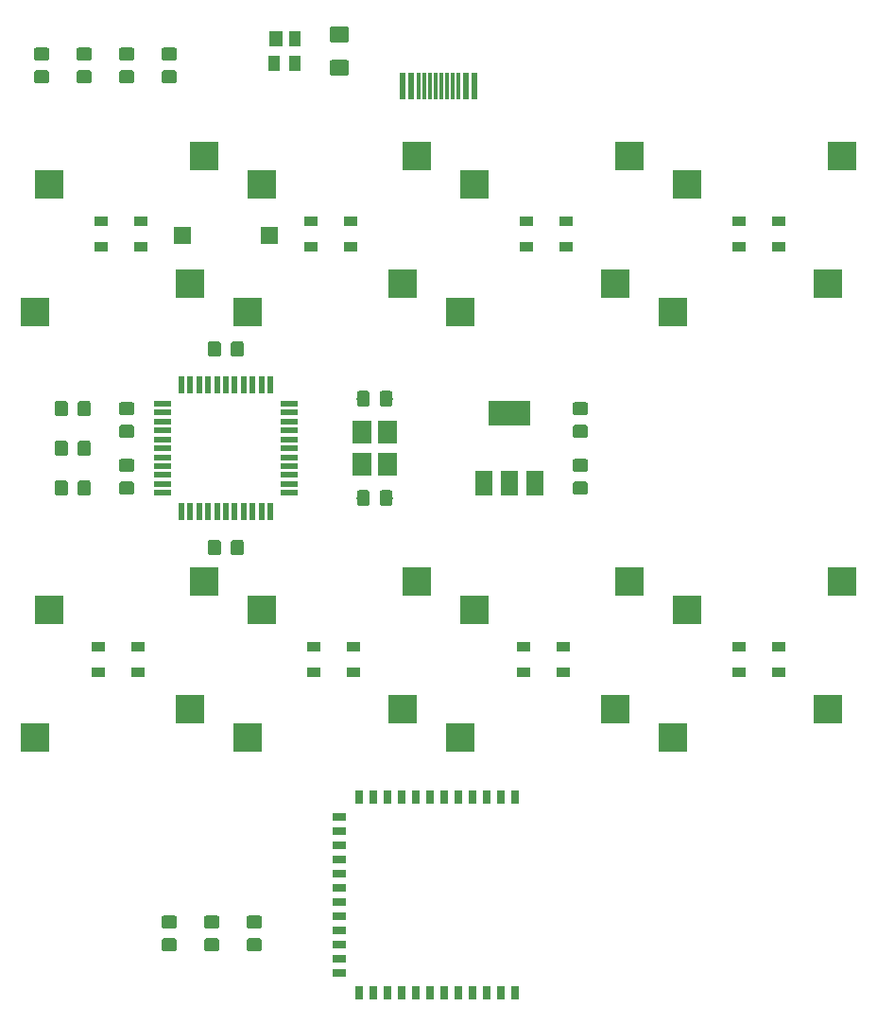
<source format=gbr>
%TF.GenerationSoftware,KiCad,Pcbnew,(5.1.2)-2*%
%TF.CreationDate,2020-01-27T11:03:49+08:00*%
%TF.ProjectId,wingxx-receiver-v4,77696e67-7878-42d7-9265-636569766572,rev?*%
%TF.SameCoordinates,Original*%
%TF.FileFunction,Paste,Bot*%
%TF.FilePolarity,Positive*%
%FSLAX46Y46*%
G04 Gerber Fmt 4.6, Leading zero omitted, Abs format (unit mm)*
G04 Created by KiCad (PCBNEW (5.1.2)-2) date 2020-01-27 11:03:49*
%MOMM*%
%LPD*%
G04 APERTURE LIST*
%ADD10R,1.300000X0.950000*%
%ADD11R,0.698500X1.198880*%
%ADD12R,1.198880X0.698500*%
%ADD13R,1.500000X1.500000*%
%ADD14R,1.800000X2.100000*%
%ADD15C,0.350000*%
%ADD16C,1.425000*%
%ADD17C,1.150000*%
%ADD18R,1.500000X0.550000*%
%ADD19R,0.550000X1.500000*%
%ADD20R,1.000000X1.400000*%
%ADD21R,1.200000X1.400000*%
%ADD22R,0.600000X2.450000*%
%ADD23R,0.300000X2.450000*%
%ADD24R,3.800000X2.200000*%
%ADD25R,1.500000X2.200000*%
%ADD26R,2.550000X2.500000*%
G04 APERTURE END LIST*
D10*
X87627000Y-77470000D03*
X84077000Y-77470000D03*
X106423000Y-77470000D03*
X102873000Y-77470000D03*
X125727000Y-77470000D03*
X122177000Y-77470000D03*
X144777000Y-77470000D03*
X141227000Y-77470000D03*
X87627000Y-79756000D03*
X84077000Y-79756000D03*
X106423000Y-79756000D03*
X102873000Y-79756000D03*
X125727000Y-79756000D03*
X122177000Y-79756000D03*
X144777000Y-79756000D03*
X141227000Y-79756000D03*
X87373000Y-115570000D03*
X83823000Y-115570000D03*
X106677000Y-115570000D03*
X103127000Y-115570000D03*
X125473000Y-115570000D03*
X121923000Y-115570000D03*
X144777000Y-115570000D03*
X141227000Y-115570000D03*
X87373000Y-117856000D03*
X83823000Y-117856000D03*
X106677000Y-117856000D03*
X103127000Y-117856000D03*
X125473000Y-117856000D03*
X121923000Y-117856000D03*
X144777000Y-117856000D03*
X141227000Y-117856000D03*
D11*
X107188000Y-146558000D03*
X114808000Y-129032000D03*
X116078000Y-129032000D03*
D12*
X105410000Y-144780000D03*
D11*
X109728000Y-146558000D03*
X110998000Y-146558000D03*
X112268000Y-146558000D03*
X113538000Y-146558000D03*
X114808000Y-146558000D03*
X116078000Y-146558000D03*
X117348000Y-146558000D03*
X118618000Y-146558000D03*
X119888000Y-146558000D03*
X121158000Y-129032000D03*
X119888000Y-129032000D03*
X118618000Y-129032000D03*
X117348000Y-129032000D03*
X113538000Y-129032000D03*
X112268000Y-129032000D03*
X110998000Y-129032000D03*
X109728000Y-129032000D03*
X108458000Y-129032000D03*
X107188000Y-129032000D03*
D12*
X105410000Y-130810000D03*
X105410000Y-132080000D03*
X105410000Y-133350000D03*
X105410000Y-134620000D03*
X105410000Y-135890000D03*
X105410000Y-137160000D03*
X105410000Y-138430000D03*
X105410000Y-139700000D03*
X105410000Y-140970000D03*
X105410000Y-142240000D03*
X105410000Y-143510000D03*
D11*
X121158000Y-146558000D03*
X108458000Y-146558000D03*
D13*
X99150000Y-78740000D03*
X91350000Y-78740000D03*
D14*
X109735000Y-99240000D03*
X109735000Y-96340000D03*
X107435000Y-96340000D03*
X107435000Y-99240000D03*
D15*
G36*
X106059504Y-63006204D02*
G01*
X106083773Y-63009804D01*
X106107571Y-63015765D01*
X106130671Y-63024030D01*
X106152849Y-63034520D01*
X106173893Y-63047133D01*
X106193598Y-63061747D01*
X106211777Y-63078223D01*
X106228253Y-63096402D01*
X106242867Y-63116107D01*
X106255480Y-63137151D01*
X106265970Y-63159329D01*
X106274235Y-63182429D01*
X106280196Y-63206227D01*
X106283796Y-63230496D01*
X106285000Y-63255000D01*
X106285000Y-64180000D01*
X106283796Y-64204504D01*
X106280196Y-64228773D01*
X106274235Y-64252571D01*
X106265970Y-64275671D01*
X106255480Y-64297849D01*
X106242867Y-64318893D01*
X106228253Y-64338598D01*
X106211777Y-64356777D01*
X106193598Y-64373253D01*
X106173893Y-64387867D01*
X106152849Y-64400480D01*
X106130671Y-64410970D01*
X106107571Y-64419235D01*
X106083773Y-64425196D01*
X106059504Y-64428796D01*
X106035000Y-64430000D01*
X104785000Y-64430000D01*
X104760496Y-64428796D01*
X104736227Y-64425196D01*
X104712429Y-64419235D01*
X104689329Y-64410970D01*
X104667151Y-64400480D01*
X104646107Y-64387867D01*
X104626402Y-64373253D01*
X104608223Y-64356777D01*
X104591747Y-64338598D01*
X104577133Y-64318893D01*
X104564520Y-64297849D01*
X104554030Y-64275671D01*
X104545765Y-64252571D01*
X104539804Y-64228773D01*
X104536204Y-64204504D01*
X104535000Y-64180000D01*
X104535000Y-63255000D01*
X104536204Y-63230496D01*
X104539804Y-63206227D01*
X104545765Y-63182429D01*
X104554030Y-63159329D01*
X104564520Y-63137151D01*
X104577133Y-63116107D01*
X104591747Y-63096402D01*
X104608223Y-63078223D01*
X104626402Y-63061747D01*
X104646107Y-63047133D01*
X104667151Y-63034520D01*
X104689329Y-63024030D01*
X104712429Y-63015765D01*
X104736227Y-63009804D01*
X104760496Y-63006204D01*
X104785000Y-63005000D01*
X106035000Y-63005000D01*
X106059504Y-63006204D01*
X106059504Y-63006204D01*
G37*
D16*
X105410000Y-63717500D03*
D15*
G36*
X106059504Y-60031204D02*
G01*
X106083773Y-60034804D01*
X106107571Y-60040765D01*
X106130671Y-60049030D01*
X106152849Y-60059520D01*
X106173893Y-60072133D01*
X106193598Y-60086747D01*
X106211777Y-60103223D01*
X106228253Y-60121402D01*
X106242867Y-60141107D01*
X106255480Y-60162151D01*
X106265970Y-60184329D01*
X106274235Y-60207429D01*
X106280196Y-60231227D01*
X106283796Y-60255496D01*
X106285000Y-60280000D01*
X106285000Y-61205000D01*
X106283796Y-61229504D01*
X106280196Y-61253773D01*
X106274235Y-61277571D01*
X106265970Y-61300671D01*
X106255480Y-61322849D01*
X106242867Y-61343893D01*
X106228253Y-61363598D01*
X106211777Y-61381777D01*
X106193598Y-61398253D01*
X106173893Y-61412867D01*
X106152849Y-61425480D01*
X106130671Y-61435970D01*
X106107571Y-61444235D01*
X106083773Y-61450196D01*
X106059504Y-61453796D01*
X106035000Y-61455000D01*
X104785000Y-61455000D01*
X104760496Y-61453796D01*
X104736227Y-61450196D01*
X104712429Y-61444235D01*
X104689329Y-61435970D01*
X104667151Y-61425480D01*
X104646107Y-61412867D01*
X104626402Y-61398253D01*
X104608223Y-61381777D01*
X104591747Y-61363598D01*
X104577133Y-61343893D01*
X104564520Y-61322849D01*
X104554030Y-61300671D01*
X104545765Y-61277571D01*
X104539804Y-61253773D01*
X104536204Y-61229504D01*
X104535000Y-61205000D01*
X104535000Y-60280000D01*
X104536204Y-60255496D01*
X104539804Y-60231227D01*
X104545765Y-60207429D01*
X104554030Y-60184329D01*
X104564520Y-60162151D01*
X104577133Y-60141107D01*
X104591747Y-60121402D01*
X104608223Y-60103223D01*
X104626402Y-60086747D01*
X104646107Y-60072133D01*
X104667151Y-60059520D01*
X104689329Y-60049030D01*
X104712429Y-60040765D01*
X104736227Y-60034804D01*
X104760496Y-60031204D01*
X104785000Y-60030000D01*
X106035000Y-60030000D01*
X106059504Y-60031204D01*
X106059504Y-60031204D01*
G37*
D16*
X105410000Y-60742500D03*
D15*
G36*
X80858505Y-97091204D02*
G01*
X80882773Y-97094804D01*
X80906572Y-97100765D01*
X80929671Y-97109030D01*
X80951850Y-97119520D01*
X80972893Y-97132132D01*
X80992599Y-97146747D01*
X81010777Y-97163223D01*
X81027253Y-97181401D01*
X81041868Y-97201107D01*
X81054480Y-97222150D01*
X81064970Y-97244329D01*
X81073235Y-97267428D01*
X81079196Y-97291227D01*
X81082796Y-97315495D01*
X81084000Y-97339999D01*
X81084000Y-98240001D01*
X81082796Y-98264505D01*
X81079196Y-98288773D01*
X81073235Y-98312572D01*
X81064970Y-98335671D01*
X81054480Y-98357850D01*
X81041868Y-98378893D01*
X81027253Y-98398599D01*
X81010777Y-98416777D01*
X80992599Y-98433253D01*
X80972893Y-98447868D01*
X80951850Y-98460480D01*
X80929671Y-98470970D01*
X80906572Y-98479235D01*
X80882773Y-98485196D01*
X80858505Y-98488796D01*
X80834001Y-98490000D01*
X80183999Y-98490000D01*
X80159495Y-98488796D01*
X80135227Y-98485196D01*
X80111428Y-98479235D01*
X80088329Y-98470970D01*
X80066150Y-98460480D01*
X80045107Y-98447868D01*
X80025401Y-98433253D01*
X80007223Y-98416777D01*
X79990747Y-98398599D01*
X79976132Y-98378893D01*
X79963520Y-98357850D01*
X79953030Y-98335671D01*
X79944765Y-98312572D01*
X79938804Y-98288773D01*
X79935204Y-98264505D01*
X79934000Y-98240001D01*
X79934000Y-97339999D01*
X79935204Y-97315495D01*
X79938804Y-97291227D01*
X79944765Y-97267428D01*
X79953030Y-97244329D01*
X79963520Y-97222150D01*
X79976132Y-97201107D01*
X79990747Y-97181401D01*
X80007223Y-97163223D01*
X80025401Y-97146747D01*
X80045107Y-97132132D01*
X80066150Y-97119520D01*
X80088329Y-97109030D01*
X80111428Y-97100765D01*
X80135227Y-97094804D01*
X80159495Y-97091204D01*
X80183999Y-97090000D01*
X80834001Y-97090000D01*
X80858505Y-97091204D01*
X80858505Y-97091204D01*
G37*
D17*
X80509000Y-97790000D03*
D15*
G36*
X82908505Y-97091204D02*
G01*
X82932773Y-97094804D01*
X82956572Y-97100765D01*
X82979671Y-97109030D01*
X83001850Y-97119520D01*
X83022893Y-97132132D01*
X83042599Y-97146747D01*
X83060777Y-97163223D01*
X83077253Y-97181401D01*
X83091868Y-97201107D01*
X83104480Y-97222150D01*
X83114970Y-97244329D01*
X83123235Y-97267428D01*
X83129196Y-97291227D01*
X83132796Y-97315495D01*
X83134000Y-97339999D01*
X83134000Y-98240001D01*
X83132796Y-98264505D01*
X83129196Y-98288773D01*
X83123235Y-98312572D01*
X83114970Y-98335671D01*
X83104480Y-98357850D01*
X83091868Y-98378893D01*
X83077253Y-98398599D01*
X83060777Y-98416777D01*
X83042599Y-98433253D01*
X83022893Y-98447868D01*
X83001850Y-98460480D01*
X82979671Y-98470970D01*
X82956572Y-98479235D01*
X82932773Y-98485196D01*
X82908505Y-98488796D01*
X82884001Y-98490000D01*
X82233999Y-98490000D01*
X82209495Y-98488796D01*
X82185227Y-98485196D01*
X82161428Y-98479235D01*
X82138329Y-98470970D01*
X82116150Y-98460480D01*
X82095107Y-98447868D01*
X82075401Y-98433253D01*
X82057223Y-98416777D01*
X82040747Y-98398599D01*
X82026132Y-98378893D01*
X82013520Y-98357850D01*
X82003030Y-98335671D01*
X81994765Y-98312572D01*
X81988804Y-98288773D01*
X81985204Y-98264505D01*
X81984000Y-98240001D01*
X81984000Y-97339999D01*
X81985204Y-97315495D01*
X81988804Y-97291227D01*
X81994765Y-97267428D01*
X82003030Y-97244329D01*
X82013520Y-97222150D01*
X82026132Y-97201107D01*
X82040747Y-97181401D01*
X82057223Y-97163223D01*
X82075401Y-97146747D01*
X82095107Y-97132132D01*
X82116150Y-97119520D01*
X82138329Y-97109030D01*
X82161428Y-97100765D01*
X82185227Y-97094804D01*
X82209495Y-97091204D01*
X82233999Y-97090000D01*
X82884001Y-97090000D01*
X82908505Y-97091204D01*
X82908505Y-97091204D01*
G37*
D17*
X82559000Y-97790000D03*
D15*
G36*
X82908505Y-93535204D02*
G01*
X82932773Y-93538804D01*
X82956572Y-93544765D01*
X82979671Y-93553030D01*
X83001850Y-93563520D01*
X83022893Y-93576132D01*
X83042599Y-93590747D01*
X83060777Y-93607223D01*
X83077253Y-93625401D01*
X83091868Y-93645107D01*
X83104480Y-93666150D01*
X83114970Y-93688329D01*
X83123235Y-93711428D01*
X83129196Y-93735227D01*
X83132796Y-93759495D01*
X83134000Y-93783999D01*
X83134000Y-94684001D01*
X83132796Y-94708505D01*
X83129196Y-94732773D01*
X83123235Y-94756572D01*
X83114970Y-94779671D01*
X83104480Y-94801850D01*
X83091868Y-94822893D01*
X83077253Y-94842599D01*
X83060777Y-94860777D01*
X83042599Y-94877253D01*
X83022893Y-94891868D01*
X83001850Y-94904480D01*
X82979671Y-94914970D01*
X82956572Y-94923235D01*
X82932773Y-94929196D01*
X82908505Y-94932796D01*
X82884001Y-94934000D01*
X82233999Y-94934000D01*
X82209495Y-94932796D01*
X82185227Y-94929196D01*
X82161428Y-94923235D01*
X82138329Y-94914970D01*
X82116150Y-94904480D01*
X82095107Y-94891868D01*
X82075401Y-94877253D01*
X82057223Y-94860777D01*
X82040747Y-94842599D01*
X82026132Y-94822893D01*
X82013520Y-94801850D01*
X82003030Y-94779671D01*
X81994765Y-94756572D01*
X81988804Y-94732773D01*
X81985204Y-94708505D01*
X81984000Y-94684001D01*
X81984000Y-93783999D01*
X81985204Y-93759495D01*
X81988804Y-93735227D01*
X81994765Y-93711428D01*
X82003030Y-93688329D01*
X82013520Y-93666150D01*
X82026132Y-93645107D01*
X82040747Y-93625401D01*
X82057223Y-93607223D01*
X82075401Y-93590747D01*
X82095107Y-93576132D01*
X82116150Y-93563520D01*
X82138329Y-93553030D01*
X82161428Y-93544765D01*
X82185227Y-93538804D01*
X82209495Y-93535204D01*
X82233999Y-93534000D01*
X82884001Y-93534000D01*
X82908505Y-93535204D01*
X82908505Y-93535204D01*
G37*
D17*
X82559000Y-94234000D03*
D15*
G36*
X80858505Y-93535204D02*
G01*
X80882773Y-93538804D01*
X80906572Y-93544765D01*
X80929671Y-93553030D01*
X80951850Y-93563520D01*
X80972893Y-93576132D01*
X80992599Y-93590747D01*
X81010777Y-93607223D01*
X81027253Y-93625401D01*
X81041868Y-93645107D01*
X81054480Y-93666150D01*
X81064970Y-93688329D01*
X81073235Y-93711428D01*
X81079196Y-93735227D01*
X81082796Y-93759495D01*
X81084000Y-93783999D01*
X81084000Y-94684001D01*
X81082796Y-94708505D01*
X81079196Y-94732773D01*
X81073235Y-94756572D01*
X81064970Y-94779671D01*
X81054480Y-94801850D01*
X81041868Y-94822893D01*
X81027253Y-94842599D01*
X81010777Y-94860777D01*
X80992599Y-94877253D01*
X80972893Y-94891868D01*
X80951850Y-94904480D01*
X80929671Y-94914970D01*
X80906572Y-94923235D01*
X80882773Y-94929196D01*
X80858505Y-94932796D01*
X80834001Y-94934000D01*
X80183999Y-94934000D01*
X80159495Y-94932796D01*
X80135227Y-94929196D01*
X80111428Y-94923235D01*
X80088329Y-94914970D01*
X80066150Y-94904480D01*
X80045107Y-94891868D01*
X80025401Y-94877253D01*
X80007223Y-94860777D01*
X79990747Y-94842599D01*
X79976132Y-94822893D01*
X79963520Y-94801850D01*
X79953030Y-94779671D01*
X79944765Y-94756572D01*
X79938804Y-94732773D01*
X79935204Y-94708505D01*
X79934000Y-94684001D01*
X79934000Y-93783999D01*
X79935204Y-93759495D01*
X79938804Y-93735227D01*
X79944765Y-93711428D01*
X79953030Y-93688329D01*
X79963520Y-93666150D01*
X79976132Y-93645107D01*
X79990747Y-93625401D01*
X80007223Y-93607223D01*
X80025401Y-93590747D01*
X80045107Y-93576132D01*
X80066150Y-93563520D01*
X80088329Y-93553030D01*
X80111428Y-93544765D01*
X80135227Y-93538804D01*
X80159495Y-93535204D01*
X80183999Y-93534000D01*
X80834001Y-93534000D01*
X80858505Y-93535204D01*
X80858505Y-93535204D01*
G37*
D17*
X80509000Y-94234000D03*
D15*
G36*
X90644505Y-63951204D02*
G01*
X90668773Y-63954804D01*
X90692572Y-63960765D01*
X90715671Y-63969030D01*
X90737850Y-63979520D01*
X90758893Y-63992132D01*
X90778599Y-64006747D01*
X90796777Y-64023223D01*
X90813253Y-64041401D01*
X90827868Y-64061107D01*
X90840480Y-64082150D01*
X90850970Y-64104329D01*
X90859235Y-64127428D01*
X90865196Y-64151227D01*
X90868796Y-64175495D01*
X90870000Y-64199999D01*
X90870000Y-64850001D01*
X90868796Y-64874505D01*
X90865196Y-64898773D01*
X90859235Y-64922572D01*
X90850970Y-64945671D01*
X90840480Y-64967850D01*
X90827868Y-64988893D01*
X90813253Y-65008599D01*
X90796777Y-65026777D01*
X90778599Y-65043253D01*
X90758893Y-65057868D01*
X90737850Y-65070480D01*
X90715671Y-65080970D01*
X90692572Y-65089235D01*
X90668773Y-65095196D01*
X90644505Y-65098796D01*
X90620001Y-65100000D01*
X89719999Y-65100000D01*
X89695495Y-65098796D01*
X89671227Y-65095196D01*
X89647428Y-65089235D01*
X89624329Y-65080970D01*
X89602150Y-65070480D01*
X89581107Y-65057868D01*
X89561401Y-65043253D01*
X89543223Y-65026777D01*
X89526747Y-65008599D01*
X89512132Y-64988893D01*
X89499520Y-64967850D01*
X89489030Y-64945671D01*
X89480765Y-64922572D01*
X89474804Y-64898773D01*
X89471204Y-64874505D01*
X89470000Y-64850001D01*
X89470000Y-64199999D01*
X89471204Y-64175495D01*
X89474804Y-64151227D01*
X89480765Y-64127428D01*
X89489030Y-64104329D01*
X89499520Y-64082150D01*
X89512132Y-64061107D01*
X89526747Y-64041401D01*
X89543223Y-64023223D01*
X89561401Y-64006747D01*
X89581107Y-63992132D01*
X89602150Y-63979520D01*
X89624329Y-63969030D01*
X89647428Y-63960765D01*
X89671227Y-63954804D01*
X89695495Y-63951204D01*
X89719999Y-63950000D01*
X90620001Y-63950000D01*
X90644505Y-63951204D01*
X90644505Y-63951204D01*
G37*
D17*
X90170000Y-64525000D03*
D15*
G36*
X90644505Y-61901204D02*
G01*
X90668773Y-61904804D01*
X90692572Y-61910765D01*
X90715671Y-61919030D01*
X90737850Y-61929520D01*
X90758893Y-61942132D01*
X90778599Y-61956747D01*
X90796777Y-61973223D01*
X90813253Y-61991401D01*
X90827868Y-62011107D01*
X90840480Y-62032150D01*
X90850970Y-62054329D01*
X90859235Y-62077428D01*
X90865196Y-62101227D01*
X90868796Y-62125495D01*
X90870000Y-62149999D01*
X90870000Y-62800001D01*
X90868796Y-62824505D01*
X90865196Y-62848773D01*
X90859235Y-62872572D01*
X90850970Y-62895671D01*
X90840480Y-62917850D01*
X90827868Y-62938893D01*
X90813253Y-62958599D01*
X90796777Y-62976777D01*
X90778599Y-62993253D01*
X90758893Y-63007868D01*
X90737850Y-63020480D01*
X90715671Y-63030970D01*
X90692572Y-63039235D01*
X90668773Y-63045196D01*
X90644505Y-63048796D01*
X90620001Y-63050000D01*
X89719999Y-63050000D01*
X89695495Y-63048796D01*
X89671227Y-63045196D01*
X89647428Y-63039235D01*
X89624329Y-63030970D01*
X89602150Y-63020480D01*
X89581107Y-63007868D01*
X89561401Y-62993253D01*
X89543223Y-62976777D01*
X89526747Y-62958599D01*
X89512132Y-62938893D01*
X89499520Y-62917850D01*
X89489030Y-62895671D01*
X89480765Y-62872572D01*
X89474804Y-62848773D01*
X89471204Y-62824505D01*
X89470000Y-62800001D01*
X89470000Y-62149999D01*
X89471204Y-62125495D01*
X89474804Y-62101227D01*
X89480765Y-62077428D01*
X89489030Y-62054329D01*
X89499520Y-62032150D01*
X89512132Y-62011107D01*
X89526747Y-61991401D01*
X89543223Y-61973223D01*
X89561401Y-61956747D01*
X89581107Y-61942132D01*
X89602150Y-61929520D01*
X89624329Y-61919030D01*
X89647428Y-61910765D01*
X89671227Y-61904804D01*
X89695495Y-61901204D01*
X89719999Y-61900000D01*
X90620001Y-61900000D01*
X90644505Y-61901204D01*
X90644505Y-61901204D01*
G37*
D17*
X90170000Y-62475000D03*
D15*
G36*
X86834505Y-63951204D02*
G01*
X86858773Y-63954804D01*
X86882572Y-63960765D01*
X86905671Y-63969030D01*
X86927850Y-63979520D01*
X86948893Y-63992132D01*
X86968599Y-64006747D01*
X86986777Y-64023223D01*
X87003253Y-64041401D01*
X87017868Y-64061107D01*
X87030480Y-64082150D01*
X87040970Y-64104329D01*
X87049235Y-64127428D01*
X87055196Y-64151227D01*
X87058796Y-64175495D01*
X87060000Y-64199999D01*
X87060000Y-64850001D01*
X87058796Y-64874505D01*
X87055196Y-64898773D01*
X87049235Y-64922572D01*
X87040970Y-64945671D01*
X87030480Y-64967850D01*
X87017868Y-64988893D01*
X87003253Y-65008599D01*
X86986777Y-65026777D01*
X86968599Y-65043253D01*
X86948893Y-65057868D01*
X86927850Y-65070480D01*
X86905671Y-65080970D01*
X86882572Y-65089235D01*
X86858773Y-65095196D01*
X86834505Y-65098796D01*
X86810001Y-65100000D01*
X85909999Y-65100000D01*
X85885495Y-65098796D01*
X85861227Y-65095196D01*
X85837428Y-65089235D01*
X85814329Y-65080970D01*
X85792150Y-65070480D01*
X85771107Y-65057868D01*
X85751401Y-65043253D01*
X85733223Y-65026777D01*
X85716747Y-65008599D01*
X85702132Y-64988893D01*
X85689520Y-64967850D01*
X85679030Y-64945671D01*
X85670765Y-64922572D01*
X85664804Y-64898773D01*
X85661204Y-64874505D01*
X85660000Y-64850001D01*
X85660000Y-64199999D01*
X85661204Y-64175495D01*
X85664804Y-64151227D01*
X85670765Y-64127428D01*
X85679030Y-64104329D01*
X85689520Y-64082150D01*
X85702132Y-64061107D01*
X85716747Y-64041401D01*
X85733223Y-64023223D01*
X85751401Y-64006747D01*
X85771107Y-63992132D01*
X85792150Y-63979520D01*
X85814329Y-63969030D01*
X85837428Y-63960765D01*
X85861227Y-63954804D01*
X85885495Y-63951204D01*
X85909999Y-63950000D01*
X86810001Y-63950000D01*
X86834505Y-63951204D01*
X86834505Y-63951204D01*
G37*
D17*
X86360000Y-64525000D03*
D15*
G36*
X86834505Y-61901204D02*
G01*
X86858773Y-61904804D01*
X86882572Y-61910765D01*
X86905671Y-61919030D01*
X86927850Y-61929520D01*
X86948893Y-61942132D01*
X86968599Y-61956747D01*
X86986777Y-61973223D01*
X87003253Y-61991401D01*
X87017868Y-62011107D01*
X87030480Y-62032150D01*
X87040970Y-62054329D01*
X87049235Y-62077428D01*
X87055196Y-62101227D01*
X87058796Y-62125495D01*
X87060000Y-62149999D01*
X87060000Y-62800001D01*
X87058796Y-62824505D01*
X87055196Y-62848773D01*
X87049235Y-62872572D01*
X87040970Y-62895671D01*
X87030480Y-62917850D01*
X87017868Y-62938893D01*
X87003253Y-62958599D01*
X86986777Y-62976777D01*
X86968599Y-62993253D01*
X86948893Y-63007868D01*
X86927850Y-63020480D01*
X86905671Y-63030970D01*
X86882572Y-63039235D01*
X86858773Y-63045196D01*
X86834505Y-63048796D01*
X86810001Y-63050000D01*
X85909999Y-63050000D01*
X85885495Y-63048796D01*
X85861227Y-63045196D01*
X85837428Y-63039235D01*
X85814329Y-63030970D01*
X85792150Y-63020480D01*
X85771107Y-63007868D01*
X85751401Y-62993253D01*
X85733223Y-62976777D01*
X85716747Y-62958599D01*
X85702132Y-62938893D01*
X85689520Y-62917850D01*
X85679030Y-62895671D01*
X85670765Y-62872572D01*
X85664804Y-62848773D01*
X85661204Y-62824505D01*
X85660000Y-62800001D01*
X85660000Y-62149999D01*
X85661204Y-62125495D01*
X85664804Y-62101227D01*
X85670765Y-62077428D01*
X85679030Y-62054329D01*
X85689520Y-62032150D01*
X85702132Y-62011107D01*
X85716747Y-61991401D01*
X85733223Y-61973223D01*
X85751401Y-61956747D01*
X85771107Y-61942132D01*
X85792150Y-61929520D01*
X85814329Y-61919030D01*
X85837428Y-61910765D01*
X85861227Y-61904804D01*
X85885495Y-61901204D01*
X85909999Y-61900000D01*
X86810001Y-61900000D01*
X86834505Y-61901204D01*
X86834505Y-61901204D01*
G37*
D17*
X86360000Y-62475000D03*
D15*
G36*
X83024505Y-63951204D02*
G01*
X83048773Y-63954804D01*
X83072572Y-63960765D01*
X83095671Y-63969030D01*
X83117850Y-63979520D01*
X83138893Y-63992132D01*
X83158599Y-64006747D01*
X83176777Y-64023223D01*
X83193253Y-64041401D01*
X83207868Y-64061107D01*
X83220480Y-64082150D01*
X83230970Y-64104329D01*
X83239235Y-64127428D01*
X83245196Y-64151227D01*
X83248796Y-64175495D01*
X83250000Y-64199999D01*
X83250000Y-64850001D01*
X83248796Y-64874505D01*
X83245196Y-64898773D01*
X83239235Y-64922572D01*
X83230970Y-64945671D01*
X83220480Y-64967850D01*
X83207868Y-64988893D01*
X83193253Y-65008599D01*
X83176777Y-65026777D01*
X83158599Y-65043253D01*
X83138893Y-65057868D01*
X83117850Y-65070480D01*
X83095671Y-65080970D01*
X83072572Y-65089235D01*
X83048773Y-65095196D01*
X83024505Y-65098796D01*
X83000001Y-65100000D01*
X82099999Y-65100000D01*
X82075495Y-65098796D01*
X82051227Y-65095196D01*
X82027428Y-65089235D01*
X82004329Y-65080970D01*
X81982150Y-65070480D01*
X81961107Y-65057868D01*
X81941401Y-65043253D01*
X81923223Y-65026777D01*
X81906747Y-65008599D01*
X81892132Y-64988893D01*
X81879520Y-64967850D01*
X81869030Y-64945671D01*
X81860765Y-64922572D01*
X81854804Y-64898773D01*
X81851204Y-64874505D01*
X81850000Y-64850001D01*
X81850000Y-64199999D01*
X81851204Y-64175495D01*
X81854804Y-64151227D01*
X81860765Y-64127428D01*
X81869030Y-64104329D01*
X81879520Y-64082150D01*
X81892132Y-64061107D01*
X81906747Y-64041401D01*
X81923223Y-64023223D01*
X81941401Y-64006747D01*
X81961107Y-63992132D01*
X81982150Y-63979520D01*
X82004329Y-63969030D01*
X82027428Y-63960765D01*
X82051227Y-63954804D01*
X82075495Y-63951204D01*
X82099999Y-63950000D01*
X83000001Y-63950000D01*
X83024505Y-63951204D01*
X83024505Y-63951204D01*
G37*
D17*
X82550000Y-64525000D03*
D15*
G36*
X83024505Y-61901204D02*
G01*
X83048773Y-61904804D01*
X83072572Y-61910765D01*
X83095671Y-61919030D01*
X83117850Y-61929520D01*
X83138893Y-61942132D01*
X83158599Y-61956747D01*
X83176777Y-61973223D01*
X83193253Y-61991401D01*
X83207868Y-62011107D01*
X83220480Y-62032150D01*
X83230970Y-62054329D01*
X83239235Y-62077428D01*
X83245196Y-62101227D01*
X83248796Y-62125495D01*
X83250000Y-62149999D01*
X83250000Y-62800001D01*
X83248796Y-62824505D01*
X83245196Y-62848773D01*
X83239235Y-62872572D01*
X83230970Y-62895671D01*
X83220480Y-62917850D01*
X83207868Y-62938893D01*
X83193253Y-62958599D01*
X83176777Y-62976777D01*
X83158599Y-62993253D01*
X83138893Y-63007868D01*
X83117850Y-63020480D01*
X83095671Y-63030970D01*
X83072572Y-63039235D01*
X83048773Y-63045196D01*
X83024505Y-63048796D01*
X83000001Y-63050000D01*
X82099999Y-63050000D01*
X82075495Y-63048796D01*
X82051227Y-63045196D01*
X82027428Y-63039235D01*
X82004329Y-63030970D01*
X81982150Y-63020480D01*
X81961107Y-63007868D01*
X81941401Y-62993253D01*
X81923223Y-62976777D01*
X81906747Y-62958599D01*
X81892132Y-62938893D01*
X81879520Y-62917850D01*
X81869030Y-62895671D01*
X81860765Y-62872572D01*
X81854804Y-62848773D01*
X81851204Y-62824505D01*
X81850000Y-62800001D01*
X81850000Y-62149999D01*
X81851204Y-62125495D01*
X81854804Y-62101227D01*
X81860765Y-62077428D01*
X81869030Y-62054329D01*
X81879520Y-62032150D01*
X81892132Y-62011107D01*
X81906747Y-61991401D01*
X81923223Y-61973223D01*
X81941401Y-61956747D01*
X81961107Y-61942132D01*
X81982150Y-61929520D01*
X82004329Y-61919030D01*
X82027428Y-61910765D01*
X82051227Y-61904804D01*
X82075495Y-61901204D01*
X82099999Y-61900000D01*
X83000001Y-61900000D01*
X83024505Y-61901204D01*
X83024505Y-61901204D01*
G37*
D17*
X82550000Y-62475000D03*
D15*
G36*
X79214505Y-63951204D02*
G01*
X79238773Y-63954804D01*
X79262572Y-63960765D01*
X79285671Y-63969030D01*
X79307850Y-63979520D01*
X79328893Y-63992132D01*
X79348599Y-64006747D01*
X79366777Y-64023223D01*
X79383253Y-64041401D01*
X79397868Y-64061107D01*
X79410480Y-64082150D01*
X79420970Y-64104329D01*
X79429235Y-64127428D01*
X79435196Y-64151227D01*
X79438796Y-64175495D01*
X79440000Y-64199999D01*
X79440000Y-64850001D01*
X79438796Y-64874505D01*
X79435196Y-64898773D01*
X79429235Y-64922572D01*
X79420970Y-64945671D01*
X79410480Y-64967850D01*
X79397868Y-64988893D01*
X79383253Y-65008599D01*
X79366777Y-65026777D01*
X79348599Y-65043253D01*
X79328893Y-65057868D01*
X79307850Y-65070480D01*
X79285671Y-65080970D01*
X79262572Y-65089235D01*
X79238773Y-65095196D01*
X79214505Y-65098796D01*
X79190001Y-65100000D01*
X78289999Y-65100000D01*
X78265495Y-65098796D01*
X78241227Y-65095196D01*
X78217428Y-65089235D01*
X78194329Y-65080970D01*
X78172150Y-65070480D01*
X78151107Y-65057868D01*
X78131401Y-65043253D01*
X78113223Y-65026777D01*
X78096747Y-65008599D01*
X78082132Y-64988893D01*
X78069520Y-64967850D01*
X78059030Y-64945671D01*
X78050765Y-64922572D01*
X78044804Y-64898773D01*
X78041204Y-64874505D01*
X78040000Y-64850001D01*
X78040000Y-64199999D01*
X78041204Y-64175495D01*
X78044804Y-64151227D01*
X78050765Y-64127428D01*
X78059030Y-64104329D01*
X78069520Y-64082150D01*
X78082132Y-64061107D01*
X78096747Y-64041401D01*
X78113223Y-64023223D01*
X78131401Y-64006747D01*
X78151107Y-63992132D01*
X78172150Y-63979520D01*
X78194329Y-63969030D01*
X78217428Y-63960765D01*
X78241227Y-63954804D01*
X78265495Y-63951204D01*
X78289999Y-63950000D01*
X79190001Y-63950000D01*
X79214505Y-63951204D01*
X79214505Y-63951204D01*
G37*
D17*
X78740000Y-64525000D03*
D15*
G36*
X79214505Y-61901204D02*
G01*
X79238773Y-61904804D01*
X79262572Y-61910765D01*
X79285671Y-61919030D01*
X79307850Y-61929520D01*
X79328893Y-61942132D01*
X79348599Y-61956747D01*
X79366777Y-61973223D01*
X79383253Y-61991401D01*
X79397868Y-62011107D01*
X79410480Y-62032150D01*
X79420970Y-62054329D01*
X79429235Y-62077428D01*
X79435196Y-62101227D01*
X79438796Y-62125495D01*
X79440000Y-62149999D01*
X79440000Y-62800001D01*
X79438796Y-62824505D01*
X79435196Y-62848773D01*
X79429235Y-62872572D01*
X79420970Y-62895671D01*
X79410480Y-62917850D01*
X79397868Y-62938893D01*
X79383253Y-62958599D01*
X79366777Y-62976777D01*
X79348599Y-62993253D01*
X79328893Y-63007868D01*
X79307850Y-63020480D01*
X79285671Y-63030970D01*
X79262572Y-63039235D01*
X79238773Y-63045196D01*
X79214505Y-63048796D01*
X79190001Y-63050000D01*
X78289999Y-63050000D01*
X78265495Y-63048796D01*
X78241227Y-63045196D01*
X78217428Y-63039235D01*
X78194329Y-63030970D01*
X78172150Y-63020480D01*
X78151107Y-63007868D01*
X78131401Y-62993253D01*
X78113223Y-62976777D01*
X78096747Y-62958599D01*
X78082132Y-62938893D01*
X78069520Y-62917850D01*
X78059030Y-62895671D01*
X78050765Y-62872572D01*
X78044804Y-62848773D01*
X78041204Y-62824505D01*
X78040000Y-62800001D01*
X78040000Y-62149999D01*
X78041204Y-62125495D01*
X78044804Y-62101227D01*
X78050765Y-62077428D01*
X78059030Y-62054329D01*
X78069520Y-62032150D01*
X78082132Y-62011107D01*
X78096747Y-61991401D01*
X78113223Y-61973223D01*
X78131401Y-61956747D01*
X78151107Y-61942132D01*
X78172150Y-61929520D01*
X78194329Y-61919030D01*
X78217428Y-61910765D01*
X78241227Y-61904804D01*
X78265495Y-61901204D01*
X78289999Y-61900000D01*
X79190001Y-61900000D01*
X79214505Y-61901204D01*
X79214505Y-61901204D01*
G37*
D17*
X78740000Y-62475000D03*
D15*
G36*
X127474505Y-95701204D02*
G01*
X127498773Y-95704804D01*
X127522572Y-95710765D01*
X127545671Y-95719030D01*
X127567850Y-95729520D01*
X127588893Y-95742132D01*
X127608599Y-95756747D01*
X127626777Y-95773223D01*
X127643253Y-95791401D01*
X127657868Y-95811107D01*
X127670480Y-95832150D01*
X127680970Y-95854329D01*
X127689235Y-95877428D01*
X127695196Y-95901227D01*
X127698796Y-95925495D01*
X127700000Y-95949999D01*
X127700000Y-96600001D01*
X127698796Y-96624505D01*
X127695196Y-96648773D01*
X127689235Y-96672572D01*
X127680970Y-96695671D01*
X127670480Y-96717850D01*
X127657868Y-96738893D01*
X127643253Y-96758599D01*
X127626777Y-96776777D01*
X127608599Y-96793253D01*
X127588893Y-96807868D01*
X127567850Y-96820480D01*
X127545671Y-96830970D01*
X127522572Y-96839235D01*
X127498773Y-96845196D01*
X127474505Y-96848796D01*
X127450001Y-96850000D01*
X126549999Y-96850000D01*
X126525495Y-96848796D01*
X126501227Y-96845196D01*
X126477428Y-96839235D01*
X126454329Y-96830970D01*
X126432150Y-96820480D01*
X126411107Y-96807868D01*
X126391401Y-96793253D01*
X126373223Y-96776777D01*
X126356747Y-96758599D01*
X126342132Y-96738893D01*
X126329520Y-96717850D01*
X126319030Y-96695671D01*
X126310765Y-96672572D01*
X126304804Y-96648773D01*
X126301204Y-96624505D01*
X126300000Y-96600001D01*
X126300000Y-95949999D01*
X126301204Y-95925495D01*
X126304804Y-95901227D01*
X126310765Y-95877428D01*
X126319030Y-95854329D01*
X126329520Y-95832150D01*
X126342132Y-95811107D01*
X126356747Y-95791401D01*
X126373223Y-95773223D01*
X126391401Y-95756747D01*
X126411107Y-95742132D01*
X126432150Y-95729520D01*
X126454329Y-95719030D01*
X126477428Y-95710765D01*
X126501227Y-95704804D01*
X126525495Y-95701204D01*
X126549999Y-95700000D01*
X127450001Y-95700000D01*
X127474505Y-95701204D01*
X127474505Y-95701204D01*
G37*
D17*
X127000000Y-96275000D03*
D15*
G36*
X127474505Y-93651204D02*
G01*
X127498773Y-93654804D01*
X127522572Y-93660765D01*
X127545671Y-93669030D01*
X127567850Y-93679520D01*
X127588893Y-93692132D01*
X127608599Y-93706747D01*
X127626777Y-93723223D01*
X127643253Y-93741401D01*
X127657868Y-93761107D01*
X127670480Y-93782150D01*
X127680970Y-93804329D01*
X127689235Y-93827428D01*
X127695196Y-93851227D01*
X127698796Y-93875495D01*
X127700000Y-93899999D01*
X127700000Y-94550001D01*
X127698796Y-94574505D01*
X127695196Y-94598773D01*
X127689235Y-94622572D01*
X127680970Y-94645671D01*
X127670480Y-94667850D01*
X127657868Y-94688893D01*
X127643253Y-94708599D01*
X127626777Y-94726777D01*
X127608599Y-94743253D01*
X127588893Y-94757868D01*
X127567850Y-94770480D01*
X127545671Y-94780970D01*
X127522572Y-94789235D01*
X127498773Y-94795196D01*
X127474505Y-94798796D01*
X127450001Y-94800000D01*
X126549999Y-94800000D01*
X126525495Y-94798796D01*
X126501227Y-94795196D01*
X126477428Y-94789235D01*
X126454329Y-94780970D01*
X126432150Y-94770480D01*
X126411107Y-94757868D01*
X126391401Y-94743253D01*
X126373223Y-94726777D01*
X126356747Y-94708599D01*
X126342132Y-94688893D01*
X126329520Y-94667850D01*
X126319030Y-94645671D01*
X126310765Y-94622572D01*
X126304804Y-94598773D01*
X126301204Y-94574505D01*
X126300000Y-94550001D01*
X126300000Y-93899999D01*
X126301204Y-93875495D01*
X126304804Y-93851227D01*
X126310765Y-93827428D01*
X126319030Y-93804329D01*
X126329520Y-93782150D01*
X126342132Y-93761107D01*
X126356747Y-93741401D01*
X126373223Y-93723223D01*
X126391401Y-93706747D01*
X126411107Y-93692132D01*
X126432150Y-93679520D01*
X126454329Y-93669030D01*
X126477428Y-93660765D01*
X126501227Y-93654804D01*
X126525495Y-93651204D01*
X126549999Y-93650000D01*
X127450001Y-93650000D01*
X127474505Y-93651204D01*
X127474505Y-93651204D01*
G37*
D17*
X127000000Y-94225000D03*
D15*
G36*
X127474505Y-100781204D02*
G01*
X127498773Y-100784804D01*
X127522572Y-100790765D01*
X127545671Y-100799030D01*
X127567850Y-100809520D01*
X127588893Y-100822132D01*
X127608599Y-100836747D01*
X127626777Y-100853223D01*
X127643253Y-100871401D01*
X127657868Y-100891107D01*
X127670480Y-100912150D01*
X127680970Y-100934329D01*
X127689235Y-100957428D01*
X127695196Y-100981227D01*
X127698796Y-101005495D01*
X127700000Y-101029999D01*
X127700000Y-101680001D01*
X127698796Y-101704505D01*
X127695196Y-101728773D01*
X127689235Y-101752572D01*
X127680970Y-101775671D01*
X127670480Y-101797850D01*
X127657868Y-101818893D01*
X127643253Y-101838599D01*
X127626777Y-101856777D01*
X127608599Y-101873253D01*
X127588893Y-101887868D01*
X127567850Y-101900480D01*
X127545671Y-101910970D01*
X127522572Y-101919235D01*
X127498773Y-101925196D01*
X127474505Y-101928796D01*
X127450001Y-101930000D01*
X126549999Y-101930000D01*
X126525495Y-101928796D01*
X126501227Y-101925196D01*
X126477428Y-101919235D01*
X126454329Y-101910970D01*
X126432150Y-101900480D01*
X126411107Y-101887868D01*
X126391401Y-101873253D01*
X126373223Y-101856777D01*
X126356747Y-101838599D01*
X126342132Y-101818893D01*
X126329520Y-101797850D01*
X126319030Y-101775671D01*
X126310765Y-101752572D01*
X126304804Y-101728773D01*
X126301204Y-101704505D01*
X126300000Y-101680001D01*
X126300000Y-101029999D01*
X126301204Y-101005495D01*
X126304804Y-100981227D01*
X126310765Y-100957428D01*
X126319030Y-100934329D01*
X126329520Y-100912150D01*
X126342132Y-100891107D01*
X126356747Y-100871401D01*
X126373223Y-100853223D01*
X126391401Y-100836747D01*
X126411107Y-100822132D01*
X126432150Y-100809520D01*
X126454329Y-100799030D01*
X126477428Y-100790765D01*
X126501227Y-100784804D01*
X126525495Y-100781204D01*
X126549999Y-100780000D01*
X127450001Y-100780000D01*
X127474505Y-100781204D01*
X127474505Y-100781204D01*
G37*
D17*
X127000000Y-101355000D03*
D15*
G36*
X127474505Y-98731204D02*
G01*
X127498773Y-98734804D01*
X127522572Y-98740765D01*
X127545671Y-98749030D01*
X127567850Y-98759520D01*
X127588893Y-98772132D01*
X127608599Y-98786747D01*
X127626777Y-98803223D01*
X127643253Y-98821401D01*
X127657868Y-98841107D01*
X127670480Y-98862150D01*
X127680970Y-98884329D01*
X127689235Y-98907428D01*
X127695196Y-98931227D01*
X127698796Y-98955495D01*
X127700000Y-98979999D01*
X127700000Y-99630001D01*
X127698796Y-99654505D01*
X127695196Y-99678773D01*
X127689235Y-99702572D01*
X127680970Y-99725671D01*
X127670480Y-99747850D01*
X127657868Y-99768893D01*
X127643253Y-99788599D01*
X127626777Y-99806777D01*
X127608599Y-99823253D01*
X127588893Y-99837868D01*
X127567850Y-99850480D01*
X127545671Y-99860970D01*
X127522572Y-99869235D01*
X127498773Y-99875196D01*
X127474505Y-99878796D01*
X127450001Y-99880000D01*
X126549999Y-99880000D01*
X126525495Y-99878796D01*
X126501227Y-99875196D01*
X126477428Y-99869235D01*
X126454329Y-99860970D01*
X126432150Y-99850480D01*
X126411107Y-99837868D01*
X126391401Y-99823253D01*
X126373223Y-99806777D01*
X126356747Y-99788599D01*
X126342132Y-99768893D01*
X126329520Y-99747850D01*
X126319030Y-99725671D01*
X126310765Y-99702572D01*
X126304804Y-99678773D01*
X126301204Y-99654505D01*
X126300000Y-99630001D01*
X126300000Y-98979999D01*
X126301204Y-98955495D01*
X126304804Y-98931227D01*
X126310765Y-98907428D01*
X126319030Y-98884329D01*
X126329520Y-98862150D01*
X126342132Y-98841107D01*
X126356747Y-98821401D01*
X126373223Y-98803223D01*
X126391401Y-98786747D01*
X126411107Y-98772132D01*
X126432150Y-98759520D01*
X126454329Y-98749030D01*
X126477428Y-98740765D01*
X126501227Y-98734804D01*
X126525495Y-98731204D01*
X126549999Y-98730000D01*
X127450001Y-98730000D01*
X127474505Y-98731204D01*
X127474505Y-98731204D01*
G37*
D17*
X127000000Y-99305000D03*
D15*
G36*
X86834505Y-100781204D02*
G01*
X86858773Y-100784804D01*
X86882572Y-100790765D01*
X86905671Y-100799030D01*
X86927850Y-100809520D01*
X86948893Y-100822132D01*
X86968599Y-100836747D01*
X86986777Y-100853223D01*
X87003253Y-100871401D01*
X87017868Y-100891107D01*
X87030480Y-100912150D01*
X87040970Y-100934329D01*
X87049235Y-100957428D01*
X87055196Y-100981227D01*
X87058796Y-101005495D01*
X87060000Y-101029999D01*
X87060000Y-101680001D01*
X87058796Y-101704505D01*
X87055196Y-101728773D01*
X87049235Y-101752572D01*
X87040970Y-101775671D01*
X87030480Y-101797850D01*
X87017868Y-101818893D01*
X87003253Y-101838599D01*
X86986777Y-101856777D01*
X86968599Y-101873253D01*
X86948893Y-101887868D01*
X86927850Y-101900480D01*
X86905671Y-101910970D01*
X86882572Y-101919235D01*
X86858773Y-101925196D01*
X86834505Y-101928796D01*
X86810001Y-101930000D01*
X85909999Y-101930000D01*
X85885495Y-101928796D01*
X85861227Y-101925196D01*
X85837428Y-101919235D01*
X85814329Y-101910970D01*
X85792150Y-101900480D01*
X85771107Y-101887868D01*
X85751401Y-101873253D01*
X85733223Y-101856777D01*
X85716747Y-101838599D01*
X85702132Y-101818893D01*
X85689520Y-101797850D01*
X85679030Y-101775671D01*
X85670765Y-101752572D01*
X85664804Y-101728773D01*
X85661204Y-101704505D01*
X85660000Y-101680001D01*
X85660000Y-101029999D01*
X85661204Y-101005495D01*
X85664804Y-100981227D01*
X85670765Y-100957428D01*
X85679030Y-100934329D01*
X85689520Y-100912150D01*
X85702132Y-100891107D01*
X85716747Y-100871401D01*
X85733223Y-100853223D01*
X85751401Y-100836747D01*
X85771107Y-100822132D01*
X85792150Y-100809520D01*
X85814329Y-100799030D01*
X85837428Y-100790765D01*
X85861227Y-100784804D01*
X85885495Y-100781204D01*
X85909999Y-100780000D01*
X86810001Y-100780000D01*
X86834505Y-100781204D01*
X86834505Y-100781204D01*
G37*
D17*
X86360000Y-101355000D03*
D15*
G36*
X86834505Y-98731204D02*
G01*
X86858773Y-98734804D01*
X86882572Y-98740765D01*
X86905671Y-98749030D01*
X86927850Y-98759520D01*
X86948893Y-98772132D01*
X86968599Y-98786747D01*
X86986777Y-98803223D01*
X87003253Y-98821401D01*
X87017868Y-98841107D01*
X87030480Y-98862150D01*
X87040970Y-98884329D01*
X87049235Y-98907428D01*
X87055196Y-98931227D01*
X87058796Y-98955495D01*
X87060000Y-98979999D01*
X87060000Y-99630001D01*
X87058796Y-99654505D01*
X87055196Y-99678773D01*
X87049235Y-99702572D01*
X87040970Y-99725671D01*
X87030480Y-99747850D01*
X87017868Y-99768893D01*
X87003253Y-99788599D01*
X86986777Y-99806777D01*
X86968599Y-99823253D01*
X86948893Y-99837868D01*
X86927850Y-99850480D01*
X86905671Y-99860970D01*
X86882572Y-99869235D01*
X86858773Y-99875196D01*
X86834505Y-99878796D01*
X86810001Y-99880000D01*
X85909999Y-99880000D01*
X85885495Y-99878796D01*
X85861227Y-99875196D01*
X85837428Y-99869235D01*
X85814329Y-99860970D01*
X85792150Y-99850480D01*
X85771107Y-99837868D01*
X85751401Y-99823253D01*
X85733223Y-99806777D01*
X85716747Y-99788599D01*
X85702132Y-99768893D01*
X85689520Y-99747850D01*
X85679030Y-99725671D01*
X85670765Y-99702572D01*
X85664804Y-99678773D01*
X85661204Y-99654505D01*
X85660000Y-99630001D01*
X85660000Y-98979999D01*
X85661204Y-98955495D01*
X85664804Y-98931227D01*
X85670765Y-98907428D01*
X85679030Y-98884329D01*
X85689520Y-98862150D01*
X85702132Y-98841107D01*
X85716747Y-98821401D01*
X85733223Y-98803223D01*
X85751401Y-98786747D01*
X85771107Y-98772132D01*
X85792150Y-98759520D01*
X85814329Y-98749030D01*
X85837428Y-98740765D01*
X85861227Y-98734804D01*
X85885495Y-98731204D01*
X85909999Y-98730000D01*
X86810001Y-98730000D01*
X86834505Y-98731204D01*
X86834505Y-98731204D01*
G37*
D17*
X86360000Y-99305000D03*
D15*
G36*
X86834505Y-95701204D02*
G01*
X86858773Y-95704804D01*
X86882572Y-95710765D01*
X86905671Y-95719030D01*
X86927850Y-95729520D01*
X86948893Y-95742132D01*
X86968599Y-95756747D01*
X86986777Y-95773223D01*
X87003253Y-95791401D01*
X87017868Y-95811107D01*
X87030480Y-95832150D01*
X87040970Y-95854329D01*
X87049235Y-95877428D01*
X87055196Y-95901227D01*
X87058796Y-95925495D01*
X87060000Y-95949999D01*
X87060000Y-96600001D01*
X87058796Y-96624505D01*
X87055196Y-96648773D01*
X87049235Y-96672572D01*
X87040970Y-96695671D01*
X87030480Y-96717850D01*
X87017868Y-96738893D01*
X87003253Y-96758599D01*
X86986777Y-96776777D01*
X86968599Y-96793253D01*
X86948893Y-96807868D01*
X86927850Y-96820480D01*
X86905671Y-96830970D01*
X86882572Y-96839235D01*
X86858773Y-96845196D01*
X86834505Y-96848796D01*
X86810001Y-96850000D01*
X85909999Y-96850000D01*
X85885495Y-96848796D01*
X85861227Y-96845196D01*
X85837428Y-96839235D01*
X85814329Y-96830970D01*
X85792150Y-96820480D01*
X85771107Y-96807868D01*
X85751401Y-96793253D01*
X85733223Y-96776777D01*
X85716747Y-96758599D01*
X85702132Y-96738893D01*
X85689520Y-96717850D01*
X85679030Y-96695671D01*
X85670765Y-96672572D01*
X85664804Y-96648773D01*
X85661204Y-96624505D01*
X85660000Y-96600001D01*
X85660000Y-95949999D01*
X85661204Y-95925495D01*
X85664804Y-95901227D01*
X85670765Y-95877428D01*
X85679030Y-95854329D01*
X85689520Y-95832150D01*
X85702132Y-95811107D01*
X85716747Y-95791401D01*
X85733223Y-95773223D01*
X85751401Y-95756747D01*
X85771107Y-95742132D01*
X85792150Y-95729520D01*
X85814329Y-95719030D01*
X85837428Y-95710765D01*
X85861227Y-95704804D01*
X85885495Y-95701204D01*
X85909999Y-95700000D01*
X86810001Y-95700000D01*
X86834505Y-95701204D01*
X86834505Y-95701204D01*
G37*
D17*
X86360000Y-96275000D03*
D15*
G36*
X86834505Y-93651204D02*
G01*
X86858773Y-93654804D01*
X86882572Y-93660765D01*
X86905671Y-93669030D01*
X86927850Y-93679520D01*
X86948893Y-93692132D01*
X86968599Y-93706747D01*
X86986777Y-93723223D01*
X87003253Y-93741401D01*
X87017868Y-93761107D01*
X87030480Y-93782150D01*
X87040970Y-93804329D01*
X87049235Y-93827428D01*
X87055196Y-93851227D01*
X87058796Y-93875495D01*
X87060000Y-93899999D01*
X87060000Y-94550001D01*
X87058796Y-94574505D01*
X87055196Y-94598773D01*
X87049235Y-94622572D01*
X87040970Y-94645671D01*
X87030480Y-94667850D01*
X87017868Y-94688893D01*
X87003253Y-94708599D01*
X86986777Y-94726777D01*
X86968599Y-94743253D01*
X86948893Y-94757868D01*
X86927850Y-94770480D01*
X86905671Y-94780970D01*
X86882572Y-94789235D01*
X86858773Y-94795196D01*
X86834505Y-94798796D01*
X86810001Y-94800000D01*
X85909999Y-94800000D01*
X85885495Y-94798796D01*
X85861227Y-94795196D01*
X85837428Y-94789235D01*
X85814329Y-94780970D01*
X85792150Y-94770480D01*
X85771107Y-94757868D01*
X85751401Y-94743253D01*
X85733223Y-94726777D01*
X85716747Y-94708599D01*
X85702132Y-94688893D01*
X85689520Y-94667850D01*
X85679030Y-94645671D01*
X85670765Y-94622572D01*
X85664804Y-94598773D01*
X85661204Y-94574505D01*
X85660000Y-94550001D01*
X85660000Y-93899999D01*
X85661204Y-93875495D01*
X85664804Y-93851227D01*
X85670765Y-93827428D01*
X85679030Y-93804329D01*
X85689520Y-93782150D01*
X85702132Y-93761107D01*
X85716747Y-93741401D01*
X85733223Y-93723223D01*
X85751401Y-93706747D01*
X85771107Y-93692132D01*
X85792150Y-93679520D01*
X85814329Y-93669030D01*
X85837428Y-93660765D01*
X85861227Y-93654804D01*
X85885495Y-93651204D01*
X85909999Y-93650000D01*
X86810001Y-93650000D01*
X86834505Y-93651204D01*
X86834505Y-93651204D01*
G37*
D17*
X86360000Y-94225000D03*
D15*
G36*
X96624505Y-105981204D02*
G01*
X96648773Y-105984804D01*
X96672572Y-105990765D01*
X96695671Y-105999030D01*
X96717850Y-106009520D01*
X96738893Y-106022132D01*
X96758599Y-106036747D01*
X96776777Y-106053223D01*
X96793253Y-106071401D01*
X96807868Y-106091107D01*
X96820480Y-106112150D01*
X96830970Y-106134329D01*
X96839235Y-106157428D01*
X96845196Y-106181227D01*
X96848796Y-106205495D01*
X96850000Y-106229999D01*
X96850000Y-107130001D01*
X96848796Y-107154505D01*
X96845196Y-107178773D01*
X96839235Y-107202572D01*
X96830970Y-107225671D01*
X96820480Y-107247850D01*
X96807868Y-107268893D01*
X96793253Y-107288599D01*
X96776777Y-107306777D01*
X96758599Y-107323253D01*
X96738893Y-107337868D01*
X96717850Y-107350480D01*
X96695671Y-107360970D01*
X96672572Y-107369235D01*
X96648773Y-107375196D01*
X96624505Y-107378796D01*
X96600001Y-107380000D01*
X95949999Y-107380000D01*
X95925495Y-107378796D01*
X95901227Y-107375196D01*
X95877428Y-107369235D01*
X95854329Y-107360970D01*
X95832150Y-107350480D01*
X95811107Y-107337868D01*
X95791401Y-107323253D01*
X95773223Y-107306777D01*
X95756747Y-107288599D01*
X95742132Y-107268893D01*
X95729520Y-107247850D01*
X95719030Y-107225671D01*
X95710765Y-107202572D01*
X95704804Y-107178773D01*
X95701204Y-107154505D01*
X95700000Y-107130001D01*
X95700000Y-106229999D01*
X95701204Y-106205495D01*
X95704804Y-106181227D01*
X95710765Y-106157428D01*
X95719030Y-106134329D01*
X95729520Y-106112150D01*
X95742132Y-106091107D01*
X95756747Y-106071401D01*
X95773223Y-106053223D01*
X95791401Y-106036747D01*
X95811107Y-106022132D01*
X95832150Y-106009520D01*
X95854329Y-105999030D01*
X95877428Y-105990765D01*
X95901227Y-105984804D01*
X95925495Y-105981204D01*
X95949999Y-105980000D01*
X96600001Y-105980000D01*
X96624505Y-105981204D01*
X96624505Y-105981204D01*
G37*
D17*
X96275000Y-106680000D03*
D15*
G36*
X94574505Y-105981204D02*
G01*
X94598773Y-105984804D01*
X94622572Y-105990765D01*
X94645671Y-105999030D01*
X94667850Y-106009520D01*
X94688893Y-106022132D01*
X94708599Y-106036747D01*
X94726777Y-106053223D01*
X94743253Y-106071401D01*
X94757868Y-106091107D01*
X94770480Y-106112150D01*
X94780970Y-106134329D01*
X94789235Y-106157428D01*
X94795196Y-106181227D01*
X94798796Y-106205495D01*
X94800000Y-106229999D01*
X94800000Y-107130001D01*
X94798796Y-107154505D01*
X94795196Y-107178773D01*
X94789235Y-107202572D01*
X94780970Y-107225671D01*
X94770480Y-107247850D01*
X94757868Y-107268893D01*
X94743253Y-107288599D01*
X94726777Y-107306777D01*
X94708599Y-107323253D01*
X94688893Y-107337868D01*
X94667850Y-107350480D01*
X94645671Y-107360970D01*
X94622572Y-107369235D01*
X94598773Y-107375196D01*
X94574505Y-107378796D01*
X94550001Y-107380000D01*
X93899999Y-107380000D01*
X93875495Y-107378796D01*
X93851227Y-107375196D01*
X93827428Y-107369235D01*
X93804329Y-107360970D01*
X93782150Y-107350480D01*
X93761107Y-107337868D01*
X93741401Y-107323253D01*
X93723223Y-107306777D01*
X93706747Y-107288599D01*
X93692132Y-107268893D01*
X93679520Y-107247850D01*
X93669030Y-107225671D01*
X93660765Y-107202572D01*
X93654804Y-107178773D01*
X93651204Y-107154505D01*
X93650000Y-107130001D01*
X93650000Y-106229999D01*
X93651204Y-106205495D01*
X93654804Y-106181227D01*
X93660765Y-106157428D01*
X93669030Y-106134329D01*
X93679520Y-106112150D01*
X93692132Y-106091107D01*
X93706747Y-106071401D01*
X93723223Y-106053223D01*
X93741401Y-106036747D01*
X93761107Y-106022132D01*
X93782150Y-106009520D01*
X93804329Y-105999030D01*
X93827428Y-105990765D01*
X93851227Y-105984804D01*
X93875495Y-105981204D01*
X93899999Y-105980000D01*
X94550001Y-105980000D01*
X94574505Y-105981204D01*
X94574505Y-105981204D01*
G37*
D17*
X94225000Y-106680000D03*
D15*
G36*
X94574505Y-88201204D02*
G01*
X94598773Y-88204804D01*
X94622572Y-88210765D01*
X94645671Y-88219030D01*
X94667850Y-88229520D01*
X94688893Y-88242132D01*
X94708599Y-88256747D01*
X94726777Y-88273223D01*
X94743253Y-88291401D01*
X94757868Y-88311107D01*
X94770480Y-88332150D01*
X94780970Y-88354329D01*
X94789235Y-88377428D01*
X94795196Y-88401227D01*
X94798796Y-88425495D01*
X94800000Y-88449999D01*
X94800000Y-89350001D01*
X94798796Y-89374505D01*
X94795196Y-89398773D01*
X94789235Y-89422572D01*
X94780970Y-89445671D01*
X94770480Y-89467850D01*
X94757868Y-89488893D01*
X94743253Y-89508599D01*
X94726777Y-89526777D01*
X94708599Y-89543253D01*
X94688893Y-89557868D01*
X94667850Y-89570480D01*
X94645671Y-89580970D01*
X94622572Y-89589235D01*
X94598773Y-89595196D01*
X94574505Y-89598796D01*
X94550001Y-89600000D01*
X93899999Y-89600000D01*
X93875495Y-89598796D01*
X93851227Y-89595196D01*
X93827428Y-89589235D01*
X93804329Y-89580970D01*
X93782150Y-89570480D01*
X93761107Y-89557868D01*
X93741401Y-89543253D01*
X93723223Y-89526777D01*
X93706747Y-89508599D01*
X93692132Y-89488893D01*
X93679520Y-89467850D01*
X93669030Y-89445671D01*
X93660765Y-89422572D01*
X93654804Y-89398773D01*
X93651204Y-89374505D01*
X93650000Y-89350001D01*
X93650000Y-88449999D01*
X93651204Y-88425495D01*
X93654804Y-88401227D01*
X93660765Y-88377428D01*
X93669030Y-88354329D01*
X93679520Y-88332150D01*
X93692132Y-88311107D01*
X93706747Y-88291401D01*
X93723223Y-88273223D01*
X93741401Y-88256747D01*
X93761107Y-88242132D01*
X93782150Y-88229520D01*
X93804329Y-88219030D01*
X93827428Y-88210765D01*
X93851227Y-88204804D01*
X93875495Y-88201204D01*
X93899999Y-88200000D01*
X94550001Y-88200000D01*
X94574505Y-88201204D01*
X94574505Y-88201204D01*
G37*
D17*
X94225000Y-88900000D03*
D15*
G36*
X96624505Y-88201204D02*
G01*
X96648773Y-88204804D01*
X96672572Y-88210765D01*
X96695671Y-88219030D01*
X96717850Y-88229520D01*
X96738893Y-88242132D01*
X96758599Y-88256747D01*
X96776777Y-88273223D01*
X96793253Y-88291401D01*
X96807868Y-88311107D01*
X96820480Y-88332150D01*
X96830970Y-88354329D01*
X96839235Y-88377428D01*
X96845196Y-88401227D01*
X96848796Y-88425495D01*
X96850000Y-88449999D01*
X96850000Y-89350001D01*
X96848796Y-89374505D01*
X96845196Y-89398773D01*
X96839235Y-89422572D01*
X96830970Y-89445671D01*
X96820480Y-89467850D01*
X96807868Y-89488893D01*
X96793253Y-89508599D01*
X96776777Y-89526777D01*
X96758599Y-89543253D01*
X96738893Y-89557868D01*
X96717850Y-89570480D01*
X96695671Y-89580970D01*
X96672572Y-89589235D01*
X96648773Y-89595196D01*
X96624505Y-89598796D01*
X96600001Y-89600000D01*
X95949999Y-89600000D01*
X95925495Y-89598796D01*
X95901227Y-89595196D01*
X95877428Y-89589235D01*
X95854329Y-89580970D01*
X95832150Y-89570480D01*
X95811107Y-89557868D01*
X95791401Y-89543253D01*
X95773223Y-89526777D01*
X95756747Y-89508599D01*
X95742132Y-89488893D01*
X95729520Y-89467850D01*
X95719030Y-89445671D01*
X95710765Y-89422572D01*
X95704804Y-89398773D01*
X95701204Y-89374505D01*
X95700000Y-89350001D01*
X95700000Y-88449999D01*
X95701204Y-88425495D01*
X95704804Y-88401227D01*
X95710765Y-88377428D01*
X95719030Y-88354329D01*
X95729520Y-88332150D01*
X95742132Y-88311107D01*
X95756747Y-88291401D01*
X95773223Y-88273223D01*
X95791401Y-88256747D01*
X95811107Y-88242132D01*
X95832150Y-88229520D01*
X95854329Y-88219030D01*
X95877428Y-88210765D01*
X95901227Y-88204804D01*
X95925495Y-88201204D01*
X95949999Y-88200000D01*
X96600001Y-88200000D01*
X96624505Y-88201204D01*
X96624505Y-88201204D01*
G37*
D17*
X96275000Y-88900000D03*
D15*
G36*
X80858505Y-100647204D02*
G01*
X80882773Y-100650804D01*
X80906572Y-100656765D01*
X80929671Y-100665030D01*
X80951850Y-100675520D01*
X80972893Y-100688132D01*
X80992599Y-100702747D01*
X81010777Y-100719223D01*
X81027253Y-100737401D01*
X81041868Y-100757107D01*
X81054480Y-100778150D01*
X81064970Y-100800329D01*
X81073235Y-100823428D01*
X81079196Y-100847227D01*
X81082796Y-100871495D01*
X81084000Y-100895999D01*
X81084000Y-101796001D01*
X81082796Y-101820505D01*
X81079196Y-101844773D01*
X81073235Y-101868572D01*
X81064970Y-101891671D01*
X81054480Y-101913850D01*
X81041868Y-101934893D01*
X81027253Y-101954599D01*
X81010777Y-101972777D01*
X80992599Y-101989253D01*
X80972893Y-102003868D01*
X80951850Y-102016480D01*
X80929671Y-102026970D01*
X80906572Y-102035235D01*
X80882773Y-102041196D01*
X80858505Y-102044796D01*
X80834001Y-102046000D01*
X80183999Y-102046000D01*
X80159495Y-102044796D01*
X80135227Y-102041196D01*
X80111428Y-102035235D01*
X80088329Y-102026970D01*
X80066150Y-102016480D01*
X80045107Y-102003868D01*
X80025401Y-101989253D01*
X80007223Y-101972777D01*
X79990747Y-101954599D01*
X79976132Y-101934893D01*
X79963520Y-101913850D01*
X79953030Y-101891671D01*
X79944765Y-101868572D01*
X79938804Y-101844773D01*
X79935204Y-101820505D01*
X79934000Y-101796001D01*
X79934000Y-100895999D01*
X79935204Y-100871495D01*
X79938804Y-100847227D01*
X79944765Y-100823428D01*
X79953030Y-100800329D01*
X79963520Y-100778150D01*
X79976132Y-100757107D01*
X79990747Y-100737401D01*
X80007223Y-100719223D01*
X80025401Y-100702747D01*
X80045107Y-100688132D01*
X80066150Y-100675520D01*
X80088329Y-100665030D01*
X80111428Y-100656765D01*
X80135227Y-100650804D01*
X80159495Y-100647204D01*
X80183999Y-100646000D01*
X80834001Y-100646000D01*
X80858505Y-100647204D01*
X80858505Y-100647204D01*
G37*
D17*
X80509000Y-101346000D03*
D15*
G36*
X82908505Y-100647204D02*
G01*
X82932773Y-100650804D01*
X82956572Y-100656765D01*
X82979671Y-100665030D01*
X83001850Y-100675520D01*
X83022893Y-100688132D01*
X83042599Y-100702747D01*
X83060777Y-100719223D01*
X83077253Y-100737401D01*
X83091868Y-100757107D01*
X83104480Y-100778150D01*
X83114970Y-100800329D01*
X83123235Y-100823428D01*
X83129196Y-100847227D01*
X83132796Y-100871495D01*
X83134000Y-100895999D01*
X83134000Y-101796001D01*
X83132796Y-101820505D01*
X83129196Y-101844773D01*
X83123235Y-101868572D01*
X83114970Y-101891671D01*
X83104480Y-101913850D01*
X83091868Y-101934893D01*
X83077253Y-101954599D01*
X83060777Y-101972777D01*
X83042599Y-101989253D01*
X83022893Y-102003868D01*
X83001850Y-102016480D01*
X82979671Y-102026970D01*
X82956572Y-102035235D01*
X82932773Y-102041196D01*
X82908505Y-102044796D01*
X82884001Y-102046000D01*
X82233999Y-102046000D01*
X82209495Y-102044796D01*
X82185227Y-102041196D01*
X82161428Y-102035235D01*
X82138329Y-102026970D01*
X82116150Y-102016480D01*
X82095107Y-102003868D01*
X82075401Y-101989253D01*
X82057223Y-101972777D01*
X82040747Y-101954599D01*
X82026132Y-101934893D01*
X82013520Y-101913850D01*
X82003030Y-101891671D01*
X81994765Y-101868572D01*
X81988804Y-101844773D01*
X81985204Y-101820505D01*
X81984000Y-101796001D01*
X81984000Y-100895999D01*
X81985204Y-100871495D01*
X81988804Y-100847227D01*
X81994765Y-100823428D01*
X82003030Y-100800329D01*
X82013520Y-100778150D01*
X82026132Y-100757107D01*
X82040747Y-100737401D01*
X82057223Y-100719223D01*
X82075401Y-100702747D01*
X82095107Y-100688132D01*
X82116150Y-100675520D01*
X82138329Y-100665030D01*
X82161428Y-100656765D01*
X82185227Y-100650804D01*
X82209495Y-100647204D01*
X82233999Y-100646000D01*
X82884001Y-100646000D01*
X82908505Y-100647204D01*
X82908505Y-100647204D01*
G37*
D17*
X82559000Y-101346000D03*
D15*
G36*
X109959505Y-101536204D02*
G01*
X109983773Y-101539804D01*
X110007572Y-101545765D01*
X110030671Y-101554030D01*
X110052850Y-101564520D01*
X110073893Y-101577132D01*
X110093599Y-101591747D01*
X110111777Y-101608223D01*
X110128253Y-101626401D01*
X110142868Y-101646107D01*
X110155480Y-101667150D01*
X110165970Y-101689329D01*
X110174235Y-101712428D01*
X110180196Y-101736227D01*
X110183796Y-101760495D01*
X110185000Y-101784999D01*
X110185000Y-102685001D01*
X110183796Y-102709505D01*
X110180196Y-102733773D01*
X110174235Y-102757572D01*
X110165970Y-102780671D01*
X110155480Y-102802850D01*
X110142868Y-102823893D01*
X110128253Y-102843599D01*
X110111777Y-102861777D01*
X110093599Y-102878253D01*
X110073893Y-102892868D01*
X110052850Y-102905480D01*
X110030671Y-102915970D01*
X110007572Y-102924235D01*
X109983773Y-102930196D01*
X109959505Y-102933796D01*
X109935001Y-102935000D01*
X109284999Y-102935000D01*
X109260495Y-102933796D01*
X109236227Y-102930196D01*
X109212428Y-102924235D01*
X109189329Y-102915970D01*
X109167150Y-102905480D01*
X109146107Y-102892868D01*
X109126401Y-102878253D01*
X109108223Y-102861777D01*
X109091747Y-102843599D01*
X109077132Y-102823893D01*
X109064520Y-102802850D01*
X109054030Y-102780671D01*
X109045765Y-102757572D01*
X109039804Y-102733773D01*
X109036204Y-102709505D01*
X109035000Y-102685001D01*
X109035000Y-101784999D01*
X109036204Y-101760495D01*
X109039804Y-101736227D01*
X109045765Y-101712428D01*
X109054030Y-101689329D01*
X109064520Y-101667150D01*
X109077132Y-101646107D01*
X109091747Y-101626401D01*
X109108223Y-101608223D01*
X109126401Y-101591747D01*
X109146107Y-101577132D01*
X109167150Y-101564520D01*
X109189329Y-101554030D01*
X109212428Y-101545765D01*
X109236227Y-101539804D01*
X109260495Y-101536204D01*
X109284999Y-101535000D01*
X109935001Y-101535000D01*
X109959505Y-101536204D01*
X109959505Y-101536204D01*
G37*
D17*
X109610000Y-102235000D03*
D15*
G36*
X107909505Y-101536204D02*
G01*
X107933773Y-101539804D01*
X107957572Y-101545765D01*
X107980671Y-101554030D01*
X108002850Y-101564520D01*
X108023893Y-101577132D01*
X108043599Y-101591747D01*
X108061777Y-101608223D01*
X108078253Y-101626401D01*
X108092868Y-101646107D01*
X108105480Y-101667150D01*
X108115970Y-101689329D01*
X108124235Y-101712428D01*
X108130196Y-101736227D01*
X108133796Y-101760495D01*
X108135000Y-101784999D01*
X108135000Y-102685001D01*
X108133796Y-102709505D01*
X108130196Y-102733773D01*
X108124235Y-102757572D01*
X108115970Y-102780671D01*
X108105480Y-102802850D01*
X108092868Y-102823893D01*
X108078253Y-102843599D01*
X108061777Y-102861777D01*
X108043599Y-102878253D01*
X108023893Y-102892868D01*
X108002850Y-102905480D01*
X107980671Y-102915970D01*
X107957572Y-102924235D01*
X107933773Y-102930196D01*
X107909505Y-102933796D01*
X107885001Y-102935000D01*
X107234999Y-102935000D01*
X107210495Y-102933796D01*
X107186227Y-102930196D01*
X107162428Y-102924235D01*
X107139329Y-102915970D01*
X107117150Y-102905480D01*
X107096107Y-102892868D01*
X107076401Y-102878253D01*
X107058223Y-102861777D01*
X107041747Y-102843599D01*
X107027132Y-102823893D01*
X107014520Y-102802850D01*
X107004030Y-102780671D01*
X106995765Y-102757572D01*
X106989804Y-102733773D01*
X106986204Y-102709505D01*
X106985000Y-102685001D01*
X106985000Y-101784999D01*
X106986204Y-101760495D01*
X106989804Y-101736227D01*
X106995765Y-101712428D01*
X107004030Y-101689329D01*
X107014520Y-101667150D01*
X107027132Y-101646107D01*
X107041747Y-101626401D01*
X107058223Y-101608223D01*
X107076401Y-101591747D01*
X107096107Y-101577132D01*
X107117150Y-101564520D01*
X107139329Y-101554030D01*
X107162428Y-101545765D01*
X107186227Y-101539804D01*
X107210495Y-101536204D01*
X107234999Y-101535000D01*
X107885001Y-101535000D01*
X107909505Y-101536204D01*
X107909505Y-101536204D01*
G37*
D17*
X107560000Y-102235000D03*
D15*
G36*
X109959505Y-92646204D02*
G01*
X109983773Y-92649804D01*
X110007572Y-92655765D01*
X110030671Y-92664030D01*
X110052850Y-92674520D01*
X110073893Y-92687132D01*
X110093599Y-92701747D01*
X110111777Y-92718223D01*
X110128253Y-92736401D01*
X110142868Y-92756107D01*
X110155480Y-92777150D01*
X110165970Y-92799329D01*
X110174235Y-92822428D01*
X110180196Y-92846227D01*
X110183796Y-92870495D01*
X110185000Y-92894999D01*
X110185000Y-93795001D01*
X110183796Y-93819505D01*
X110180196Y-93843773D01*
X110174235Y-93867572D01*
X110165970Y-93890671D01*
X110155480Y-93912850D01*
X110142868Y-93933893D01*
X110128253Y-93953599D01*
X110111777Y-93971777D01*
X110093599Y-93988253D01*
X110073893Y-94002868D01*
X110052850Y-94015480D01*
X110030671Y-94025970D01*
X110007572Y-94034235D01*
X109983773Y-94040196D01*
X109959505Y-94043796D01*
X109935001Y-94045000D01*
X109284999Y-94045000D01*
X109260495Y-94043796D01*
X109236227Y-94040196D01*
X109212428Y-94034235D01*
X109189329Y-94025970D01*
X109167150Y-94015480D01*
X109146107Y-94002868D01*
X109126401Y-93988253D01*
X109108223Y-93971777D01*
X109091747Y-93953599D01*
X109077132Y-93933893D01*
X109064520Y-93912850D01*
X109054030Y-93890671D01*
X109045765Y-93867572D01*
X109039804Y-93843773D01*
X109036204Y-93819505D01*
X109035000Y-93795001D01*
X109035000Y-92894999D01*
X109036204Y-92870495D01*
X109039804Y-92846227D01*
X109045765Y-92822428D01*
X109054030Y-92799329D01*
X109064520Y-92777150D01*
X109077132Y-92756107D01*
X109091747Y-92736401D01*
X109108223Y-92718223D01*
X109126401Y-92701747D01*
X109146107Y-92687132D01*
X109167150Y-92674520D01*
X109189329Y-92664030D01*
X109212428Y-92655765D01*
X109236227Y-92649804D01*
X109260495Y-92646204D01*
X109284999Y-92645000D01*
X109935001Y-92645000D01*
X109959505Y-92646204D01*
X109959505Y-92646204D01*
G37*
D17*
X109610000Y-93345000D03*
D15*
G36*
X107909505Y-92646204D02*
G01*
X107933773Y-92649804D01*
X107957572Y-92655765D01*
X107980671Y-92664030D01*
X108002850Y-92674520D01*
X108023893Y-92687132D01*
X108043599Y-92701747D01*
X108061777Y-92718223D01*
X108078253Y-92736401D01*
X108092868Y-92756107D01*
X108105480Y-92777150D01*
X108115970Y-92799329D01*
X108124235Y-92822428D01*
X108130196Y-92846227D01*
X108133796Y-92870495D01*
X108135000Y-92894999D01*
X108135000Y-93795001D01*
X108133796Y-93819505D01*
X108130196Y-93843773D01*
X108124235Y-93867572D01*
X108115970Y-93890671D01*
X108105480Y-93912850D01*
X108092868Y-93933893D01*
X108078253Y-93953599D01*
X108061777Y-93971777D01*
X108043599Y-93988253D01*
X108023893Y-94002868D01*
X108002850Y-94015480D01*
X107980671Y-94025970D01*
X107957572Y-94034235D01*
X107933773Y-94040196D01*
X107909505Y-94043796D01*
X107885001Y-94045000D01*
X107234999Y-94045000D01*
X107210495Y-94043796D01*
X107186227Y-94040196D01*
X107162428Y-94034235D01*
X107139329Y-94025970D01*
X107117150Y-94015480D01*
X107096107Y-94002868D01*
X107076401Y-93988253D01*
X107058223Y-93971777D01*
X107041747Y-93953599D01*
X107027132Y-93933893D01*
X107014520Y-93912850D01*
X107004030Y-93890671D01*
X106995765Y-93867572D01*
X106989804Y-93843773D01*
X106986204Y-93819505D01*
X106985000Y-93795001D01*
X106985000Y-92894999D01*
X106986204Y-92870495D01*
X106989804Y-92846227D01*
X106995765Y-92822428D01*
X107004030Y-92799329D01*
X107014520Y-92777150D01*
X107027132Y-92756107D01*
X107041747Y-92736401D01*
X107058223Y-92718223D01*
X107076401Y-92701747D01*
X107096107Y-92687132D01*
X107117150Y-92674520D01*
X107139329Y-92664030D01*
X107162428Y-92655765D01*
X107186227Y-92649804D01*
X107210495Y-92646204D01*
X107234999Y-92645000D01*
X107885001Y-92645000D01*
X107909505Y-92646204D01*
X107909505Y-92646204D01*
G37*
D17*
X107560000Y-93345000D03*
D18*
X89550000Y-93790000D03*
X89550000Y-94590000D03*
X89550000Y-95390000D03*
X89550000Y-96190000D03*
X89550000Y-96990000D03*
X89550000Y-97790000D03*
X89550000Y-98590000D03*
X89550000Y-99390000D03*
X89550000Y-100190000D03*
X89550000Y-100990000D03*
X89550000Y-101790000D03*
D19*
X91250000Y-103490000D03*
X92050000Y-103490000D03*
X92850000Y-103490000D03*
X93650000Y-103490000D03*
X94450000Y-103490000D03*
X95250000Y-103490000D03*
X96050000Y-103490000D03*
X96850000Y-103490000D03*
X97650000Y-103490000D03*
X98450000Y-103490000D03*
X99250000Y-103490000D03*
D18*
X100950000Y-101790000D03*
X100950000Y-100990000D03*
X100950000Y-100190000D03*
X100950000Y-99390000D03*
X100950000Y-98590000D03*
X100950000Y-97790000D03*
X100950000Y-96990000D03*
X100950000Y-96190000D03*
X100950000Y-95390000D03*
X100950000Y-94590000D03*
X100950000Y-93790000D03*
D19*
X99250000Y-92090000D03*
X98450000Y-92090000D03*
X97650000Y-92090000D03*
X96850000Y-92090000D03*
X96050000Y-92090000D03*
X95250000Y-92090000D03*
X94450000Y-92090000D03*
X93650000Y-92090000D03*
X92850000Y-92090000D03*
X92050000Y-92090000D03*
X91250000Y-92090000D03*
D20*
X99550000Y-63330000D03*
X101450000Y-63330000D03*
X101450000Y-61130000D03*
D21*
X99730000Y-61130000D03*
D22*
X117525000Y-65345000D03*
X111075000Y-65345000D03*
X116750000Y-65345000D03*
X111850000Y-65345000D03*
D23*
X112550000Y-65345000D03*
X116050000Y-65345000D03*
X113050000Y-65345000D03*
X115550000Y-65345000D03*
X113550000Y-65345000D03*
X115050000Y-65345000D03*
X114550000Y-65345000D03*
X114050000Y-65345000D03*
D24*
X120650000Y-94640000D03*
D25*
X122950000Y-100940000D03*
X120650000Y-100940000D03*
X118350000Y-100940000D03*
D15*
G36*
X98264505Y-139625204D02*
G01*
X98288773Y-139628804D01*
X98312572Y-139634765D01*
X98335671Y-139643030D01*
X98357850Y-139653520D01*
X98378893Y-139666132D01*
X98398599Y-139680747D01*
X98416777Y-139697223D01*
X98433253Y-139715401D01*
X98447868Y-139735107D01*
X98460480Y-139756150D01*
X98470970Y-139778329D01*
X98479235Y-139801428D01*
X98485196Y-139825227D01*
X98488796Y-139849495D01*
X98490000Y-139873999D01*
X98490000Y-140524001D01*
X98488796Y-140548505D01*
X98485196Y-140572773D01*
X98479235Y-140596572D01*
X98470970Y-140619671D01*
X98460480Y-140641850D01*
X98447868Y-140662893D01*
X98433253Y-140682599D01*
X98416777Y-140700777D01*
X98398599Y-140717253D01*
X98378893Y-140731868D01*
X98357850Y-140744480D01*
X98335671Y-140754970D01*
X98312572Y-140763235D01*
X98288773Y-140769196D01*
X98264505Y-140772796D01*
X98240001Y-140774000D01*
X97339999Y-140774000D01*
X97315495Y-140772796D01*
X97291227Y-140769196D01*
X97267428Y-140763235D01*
X97244329Y-140754970D01*
X97222150Y-140744480D01*
X97201107Y-140731868D01*
X97181401Y-140717253D01*
X97163223Y-140700777D01*
X97146747Y-140682599D01*
X97132132Y-140662893D01*
X97119520Y-140641850D01*
X97109030Y-140619671D01*
X97100765Y-140596572D01*
X97094804Y-140572773D01*
X97091204Y-140548505D01*
X97090000Y-140524001D01*
X97090000Y-139873999D01*
X97091204Y-139849495D01*
X97094804Y-139825227D01*
X97100765Y-139801428D01*
X97109030Y-139778329D01*
X97119520Y-139756150D01*
X97132132Y-139735107D01*
X97146747Y-139715401D01*
X97163223Y-139697223D01*
X97181401Y-139680747D01*
X97201107Y-139666132D01*
X97222150Y-139653520D01*
X97244329Y-139643030D01*
X97267428Y-139634765D01*
X97291227Y-139628804D01*
X97315495Y-139625204D01*
X97339999Y-139624000D01*
X98240001Y-139624000D01*
X98264505Y-139625204D01*
X98264505Y-139625204D01*
G37*
D17*
X97790000Y-140199000D03*
D15*
G36*
X98264505Y-141675204D02*
G01*
X98288773Y-141678804D01*
X98312572Y-141684765D01*
X98335671Y-141693030D01*
X98357850Y-141703520D01*
X98378893Y-141716132D01*
X98398599Y-141730747D01*
X98416777Y-141747223D01*
X98433253Y-141765401D01*
X98447868Y-141785107D01*
X98460480Y-141806150D01*
X98470970Y-141828329D01*
X98479235Y-141851428D01*
X98485196Y-141875227D01*
X98488796Y-141899495D01*
X98490000Y-141923999D01*
X98490000Y-142574001D01*
X98488796Y-142598505D01*
X98485196Y-142622773D01*
X98479235Y-142646572D01*
X98470970Y-142669671D01*
X98460480Y-142691850D01*
X98447868Y-142712893D01*
X98433253Y-142732599D01*
X98416777Y-142750777D01*
X98398599Y-142767253D01*
X98378893Y-142781868D01*
X98357850Y-142794480D01*
X98335671Y-142804970D01*
X98312572Y-142813235D01*
X98288773Y-142819196D01*
X98264505Y-142822796D01*
X98240001Y-142824000D01*
X97339999Y-142824000D01*
X97315495Y-142822796D01*
X97291227Y-142819196D01*
X97267428Y-142813235D01*
X97244329Y-142804970D01*
X97222150Y-142794480D01*
X97201107Y-142781868D01*
X97181401Y-142767253D01*
X97163223Y-142750777D01*
X97146747Y-142732599D01*
X97132132Y-142712893D01*
X97119520Y-142691850D01*
X97109030Y-142669671D01*
X97100765Y-142646572D01*
X97094804Y-142622773D01*
X97091204Y-142598505D01*
X97090000Y-142574001D01*
X97090000Y-141923999D01*
X97091204Y-141899495D01*
X97094804Y-141875227D01*
X97100765Y-141851428D01*
X97109030Y-141828329D01*
X97119520Y-141806150D01*
X97132132Y-141785107D01*
X97146747Y-141765401D01*
X97163223Y-141747223D01*
X97181401Y-141730747D01*
X97201107Y-141716132D01*
X97222150Y-141703520D01*
X97244329Y-141693030D01*
X97267428Y-141684765D01*
X97291227Y-141678804D01*
X97315495Y-141675204D01*
X97339999Y-141674000D01*
X98240001Y-141674000D01*
X98264505Y-141675204D01*
X98264505Y-141675204D01*
G37*
D17*
X97790000Y-142249000D03*
D15*
G36*
X94454505Y-139625204D02*
G01*
X94478773Y-139628804D01*
X94502572Y-139634765D01*
X94525671Y-139643030D01*
X94547850Y-139653520D01*
X94568893Y-139666132D01*
X94588599Y-139680747D01*
X94606777Y-139697223D01*
X94623253Y-139715401D01*
X94637868Y-139735107D01*
X94650480Y-139756150D01*
X94660970Y-139778329D01*
X94669235Y-139801428D01*
X94675196Y-139825227D01*
X94678796Y-139849495D01*
X94680000Y-139873999D01*
X94680000Y-140524001D01*
X94678796Y-140548505D01*
X94675196Y-140572773D01*
X94669235Y-140596572D01*
X94660970Y-140619671D01*
X94650480Y-140641850D01*
X94637868Y-140662893D01*
X94623253Y-140682599D01*
X94606777Y-140700777D01*
X94588599Y-140717253D01*
X94568893Y-140731868D01*
X94547850Y-140744480D01*
X94525671Y-140754970D01*
X94502572Y-140763235D01*
X94478773Y-140769196D01*
X94454505Y-140772796D01*
X94430001Y-140774000D01*
X93529999Y-140774000D01*
X93505495Y-140772796D01*
X93481227Y-140769196D01*
X93457428Y-140763235D01*
X93434329Y-140754970D01*
X93412150Y-140744480D01*
X93391107Y-140731868D01*
X93371401Y-140717253D01*
X93353223Y-140700777D01*
X93336747Y-140682599D01*
X93322132Y-140662893D01*
X93309520Y-140641850D01*
X93299030Y-140619671D01*
X93290765Y-140596572D01*
X93284804Y-140572773D01*
X93281204Y-140548505D01*
X93280000Y-140524001D01*
X93280000Y-139873999D01*
X93281204Y-139849495D01*
X93284804Y-139825227D01*
X93290765Y-139801428D01*
X93299030Y-139778329D01*
X93309520Y-139756150D01*
X93322132Y-139735107D01*
X93336747Y-139715401D01*
X93353223Y-139697223D01*
X93371401Y-139680747D01*
X93391107Y-139666132D01*
X93412150Y-139653520D01*
X93434329Y-139643030D01*
X93457428Y-139634765D01*
X93481227Y-139628804D01*
X93505495Y-139625204D01*
X93529999Y-139624000D01*
X94430001Y-139624000D01*
X94454505Y-139625204D01*
X94454505Y-139625204D01*
G37*
D17*
X93980000Y-140199000D03*
D15*
G36*
X94454505Y-141675204D02*
G01*
X94478773Y-141678804D01*
X94502572Y-141684765D01*
X94525671Y-141693030D01*
X94547850Y-141703520D01*
X94568893Y-141716132D01*
X94588599Y-141730747D01*
X94606777Y-141747223D01*
X94623253Y-141765401D01*
X94637868Y-141785107D01*
X94650480Y-141806150D01*
X94660970Y-141828329D01*
X94669235Y-141851428D01*
X94675196Y-141875227D01*
X94678796Y-141899495D01*
X94680000Y-141923999D01*
X94680000Y-142574001D01*
X94678796Y-142598505D01*
X94675196Y-142622773D01*
X94669235Y-142646572D01*
X94660970Y-142669671D01*
X94650480Y-142691850D01*
X94637868Y-142712893D01*
X94623253Y-142732599D01*
X94606777Y-142750777D01*
X94588599Y-142767253D01*
X94568893Y-142781868D01*
X94547850Y-142794480D01*
X94525671Y-142804970D01*
X94502572Y-142813235D01*
X94478773Y-142819196D01*
X94454505Y-142822796D01*
X94430001Y-142824000D01*
X93529999Y-142824000D01*
X93505495Y-142822796D01*
X93481227Y-142819196D01*
X93457428Y-142813235D01*
X93434329Y-142804970D01*
X93412150Y-142794480D01*
X93391107Y-142781868D01*
X93371401Y-142767253D01*
X93353223Y-142750777D01*
X93336747Y-142732599D01*
X93322132Y-142712893D01*
X93309520Y-142691850D01*
X93299030Y-142669671D01*
X93290765Y-142646572D01*
X93284804Y-142622773D01*
X93281204Y-142598505D01*
X93280000Y-142574001D01*
X93280000Y-141923999D01*
X93281204Y-141899495D01*
X93284804Y-141875227D01*
X93290765Y-141851428D01*
X93299030Y-141828329D01*
X93309520Y-141806150D01*
X93322132Y-141785107D01*
X93336747Y-141765401D01*
X93353223Y-141747223D01*
X93371401Y-141730747D01*
X93391107Y-141716132D01*
X93412150Y-141703520D01*
X93434329Y-141693030D01*
X93457428Y-141684765D01*
X93481227Y-141678804D01*
X93505495Y-141675204D01*
X93529999Y-141674000D01*
X94430001Y-141674000D01*
X94454505Y-141675204D01*
X94454505Y-141675204D01*
G37*
D17*
X93980000Y-142249000D03*
D15*
G36*
X90644505Y-139625204D02*
G01*
X90668773Y-139628804D01*
X90692572Y-139634765D01*
X90715671Y-139643030D01*
X90737850Y-139653520D01*
X90758893Y-139666132D01*
X90778599Y-139680747D01*
X90796777Y-139697223D01*
X90813253Y-139715401D01*
X90827868Y-139735107D01*
X90840480Y-139756150D01*
X90850970Y-139778329D01*
X90859235Y-139801428D01*
X90865196Y-139825227D01*
X90868796Y-139849495D01*
X90870000Y-139873999D01*
X90870000Y-140524001D01*
X90868796Y-140548505D01*
X90865196Y-140572773D01*
X90859235Y-140596572D01*
X90850970Y-140619671D01*
X90840480Y-140641850D01*
X90827868Y-140662893D01*
X90813253Y-140682599D01*
X90796777Y-140700777D01*
X90778599Y-140717253D01*
X90758893Y-140731868D01*
X90737850Y-140744480D01*
X90715671Y-140754970D01*
X90692572Y-140763235D01*
X90668773Y-140769196D01*
X90644505Y-140772796D01*
X90620001Y-140774000D01*
X89719999Y-140774000D01*
X89695495Y-140772796D01*
X89671227Y-140769196D01*
X89647428Y-140763235D01*
X89624329Y-140754970D01*
X89602150Y-140744480D01*
X89581107Y-140731868D01*
X89561401Y-140717253D01*
X89543223Y-140700777D01*
X89526747Y-140682599D01*
X89512132Y-140662893D01*
X89499520Y-140641850D01*
X89489030Y-140619671D01*
X89480765Y-140596572D01*
X89474804Y-140572773D01*
X89471204Y-140548505D01*
X89470000Y-140524001D01*
X89470000Y-139873999D01*
X89471204Y-139849495D01*
X89474804Y-139825227D01*
X89480765Y-139801428D01*
X89489030Y-139778329D01*
X89499520Y-139756150D01*
X89512132Y-139735107D01*
X89526747Y-139715401D01*
X89543223Y-139697223D01*
X89561401Y-139680747D01*
X89581107Y-139666132D01*
X89602150Y-139653520D01*
X89624329Y-139643030D01*
X89647428Y-139634765D01*
X89671227Y-139628804D01*
X89695495Y-139625204D01*
X89719999Y-139624000D01*
X90620001Y-139624000D01*
X90644505Y-139625204D01*
X90644505Y-139625204D01*
G37*
D17*
X90170000Y-140199000D03*
D15*
G36*
X90644505Y-141675204D02*
G01*
X90668773Y-141678804D01*
X90692572Y-141684765D01*
X90715671Y-141693030D01*
X90737850Y-141703520D01*
X90758893Y-141716132D01*
X90778599Y-141730747D01*
X90796777Y-141747223D01*
X90813253Y-141765401D01*
X90827868Y-141785107D01*
X90840480Y-141806150D01*
X90850970Y-141828329D01*
X90859235Y-141851428D01*
X90865196Y-141875227D01*
X90868796Y-141899495D01*
X90870000Y-141923999D01*
X90870000Y-142574001D01*
X90868796Y-142598505D01*
X90865196Y-142622773D01*
X90859235Y-142646572D01*
X90850970Y-142669671D01*
X90840480Y-142691850D01*
X90827868Y-142712893D01*
X90813253Y-142732599D01*
X90796777Y-142750777D01*
X90778599Y-142767253D01*
X90758893Y-142781868D01*
X90737850Y-142794480D01*
X90715671Y-142804970D01*
X90692572Y-142813235D01*
X90668773Y-142819196D01*
X90644505Y-142822796D01*
X90620001Y-142824000D01*
X89719999Y-142824000D01*
X89695495Y-142822796D01*
X89671227Y-142819196D01*
X89647428Y-142813235D01*
X89624329Y-142804970D01*
X89602150Y-142794480D01*
X89581107Y-142781868D01*
X89561401Y-142767253D01*
X89543223Y-142750777D01*
X89526747Y-142732599D01*
X89512132Y-142712893D01*
X89499520Y-142691850D01*
X89489030Y-142669671D01*
X89480765Y-142646572D01*
X89474804Y-142622773D01*
X89471204Y-142598505D01*
X89470000Y-142574001D01*
X89470000Y-141923999D01*
X89471204Y-141899495D01*
X89474804Y-141875227D01*
X89480765Y-141851428D01*
X89489030Y-141828329D01*
X89499520Y-141806150D01*
X89512132Y-141785107D01*
X89526747Y-141765401D01*
X89543223Y-141747223D01*
X89561401Y-141730747D01*
X89581107Y-141716132D01*
X89602150Y-141703520D01*
X89624329Y-141693030D01*
X89647428Y-141684765D01*
X89671227Y-141678804D01*
X89695495Y-141675204D01*
X89719999Y-141674000D01*
X90620001Y-141674000D01*
X90644505Y-141675204D01*
X90644505Y-141675204D01*
G37*
D17*
X90170000Y-142249000D03*
D26*
X135315000Y-123666000D03*
X149165000Y-121126000D03*
X116265000Y-123666000D03*
X130115000Y-121126000D03*
X97215000Y-123666000D03*
X111065000Y-121126000D03*
X78165000Y-123666000D03*
X92015000Y-121126000D03*
X150435000Y-109696000D03*
X136585000Y-112236000D03*
X131385000Y-109696000D03*
X117535000Y-112236000D03*
X112335000Y-109696000D03*
X98485000Y-112236000D03*
X93285000Y-109696000D03*
X79435000Y-112236000D03*
X135315000Y-85566200D03*
X149165000Y-83026200D03*
X116265000Y-85566200D03*
X130115000Y-83026200D03*
X97215000Y-85566200D03*
X111065000Y-83026200D03*
X78165000Y-85566200D03*
X92015000Y-83026200D03*
X150435000Y-71596200D03*
X136585000Y-74136200D03*
X131385000Y-71596200D03*
X117535000Y-74136200D03*
X112335000Y-71596200D03*
X98485000Y-74136200D03*
X93285000Y-71596200D03*
X79435000Y-74136200D03*
M02*

</source>
